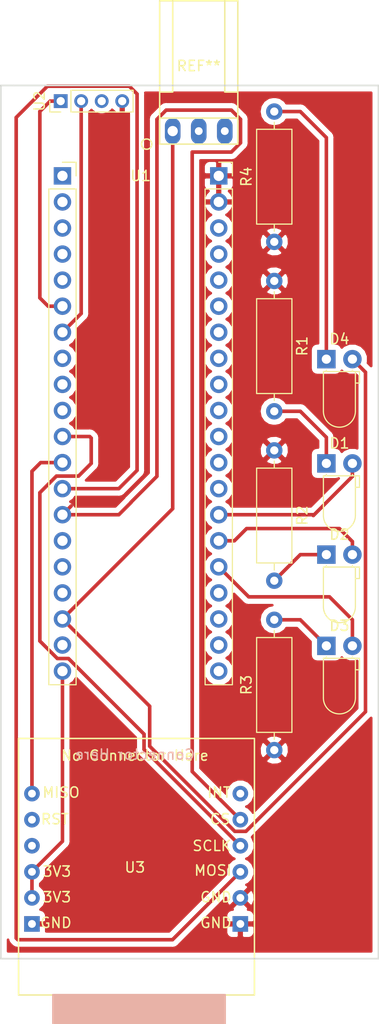
<source format=kicad_pcb>
(kicad_pcb (version 20171130) (host pcbnew "(5.0.0-rc2-63-gd4393b281)")

  (general
    (thickness 1.6)
    (drawings 6)
    (tracks 83)
    (zones 0)
    (modules 12)
    (nets 47)
  )

  (page A4)
  (title_block
    (title "PCB Black Pill Servo 1")
    (date 2018-11-11)
    (rev 1)
    (company "Club Robot")
  )

  (layers
    (0 F.Cu signal)
    (31 B.Cu signal)
    (32 B.Adhes user)
    (33 F.Adhes user)
    (34 B.Paste user)
    (35 F.Paste user)
    (36 B.SilkS user)
    (37 F.SilkS user)
    (38 B.Mask user)
    (39 F.Mask user)
    (40 Dwgs.User user)
    (41 Cmts.User user)
    (42 Eco1.User user)
    (43 Eco2.User user)
    (44 Edge.Cuts user)
    (45 Margin user)
    (46 B.CrtYd user)
    (47 F.CrtYd user)
    (48 B.Fab user)
    (49 F.Fab user)
  )

  (setup
    (last_trace_width 0.35)
    (trace_clearance 0.2)
    (zone_clearance 0.508)
    (zone_45_only no)
    (trace_min 0.2)
    (segment_width 0.2)
    (edge_width 0.15)
    (via_size 0.8)
    (via_drill 0.4)
    (via_min_size 0.4)
    (via_min_drill 0.3)
    (uvia_size 0.3)
    (uvia_drill 0.1)
    (uvias_allowed no)
    (uvia_min_size 0.2)
    (uvia_min_drill 0.1)
    (pcb_text_width 0.3)
    (pcb_text_size 1.5 1.5)
    (mod_edge_width 0.15)
    (mod_text_size 1 1)
    (mod_text_width 0.15)
    (pad_size 1.524 1.524)
    (pad_drill 0)
    (pad_to_mask_clearance 0.2)
    (aux_axis_origin 0 0)
    (visible_elements FFFFFF7F)
    (pcbplotparams
      (layerselection 0x010fc_ffffffff)
      (usegerberextensions false)
      (usegerberattributes false)
      (usegerberadvancedattributes false)
      (creategerberjobfile false)
      (excludeedgelayer true)
      (linewidth 0.100000)
      (plotframeref false)
      (viasonmask false)
      (mode 1)
      (useauxorigin false)
      (hpglpennumber 1)
      (hpglpenspeed 20)
      (hpglpendiameter 15.000000)
      (psnegative false)
      (psa4output false)
      (plotreference true)
      (plotvalue true)
      (plotinvisibletext false)
      (padsonsilk false)
      (subtractmaskfromsilk false)
      (outputformat 1)
      (mirror false)
      (drillshape 1)
      (scaleselection 1)
      (outputdirectory ""))
  )

  (net 0 "")
  (net 1 "Net-(U1-Pad1)")
  (net 2 "Net-(U1-Pad2)")
  (net 3 "Net-(U1-Pad3)")
  (net 4 "Net-(U1-Pad4)")
  (net 5 "Net-(U1-Pad5)")
  (net 6 PA9)
  (net 7 PA10)
  (net 8 "Net-(U1-Pad8)")
  (net 9 "Net-(U1-Pad9)")
  (net 10 "Net-(U1-Pad10)")
  (net 11 SCLK)
  (net 12 MISO)
  (net 13 MOSI)
  (net 14 "Net-(U1-Pad15)")
  (net 15 "Net-(U1-Pad16)")
  (net 16 "Net-(U1-Pad17)")
  (net 17 +5V)
  (net 18 GND)
  (net 19 +3V3)
  (net 20 "Net-(U1-Pad23)")
  (net 21 "Net-(U1-Pad26)")
  (net 22 "Net-(U1-Pad25)")
  (net 23 "Net-(U1-Pad24)")
  (net 24 "Net-(U1-Pad30)")
  (net 25 "Net-(U1-Pad29)")
  (net 26 "Net-(U1-Pad28)")
  (net 27 "Net-(U1-Pad27)")
  (net 28 "Net-(U1-Pad33)")
  (net 29 "Net-(U1-Pad32)")
  (net 30 "Net-(U1-Pad31)")
  (net 31 "Net-(U1-Pad40)")
  (net 32 "Net-(U1-Pad39)")
  (net 33 "Net-(U1-Pad38)")
  (net 34 "Net-(U1-Pad37)")
  (net 35 "Net-(J1-Pad3)")
  (net 36 "Net-(U3-Pad1)")
  (net 37 "Net-(U3-Pad8)")
  (net 38 "Net-(U2-Pad3)")
  (net 39 "Net-(D1-Pad1)")
  (net 40 "Net-(D2-Pad1)")
  (net 41 "Net-(D3-Pad1)")
  (net 42 "Net-(D4-Pad1)")
  (net 43 COMMUNICATION_LED)
  (net 44 STARTED_LED)
  (net 45 HARDFAULT_LED)
  (net 46 CS)

  (net_class Default "This is the default net class."
    (clearance 0.2)
    (trace_width 0.35)
    (via_dia 0.8)
    (via_drill 0.4)
    (uvia_dia 0.3)
    (uvia_drill 0.1)
    (add_net +3V3)
    (add_net +5V)
    (add_net COMMUNICATION_LED)
    (add_net CS)
    (add_net GND)
    (add_net HARDFAULT_LED)
    (add_net MISO)
    (add_net MOSI)
    (add_net "Net-(D1-Pad1)")
    (add_net "Net-(D2-Pad1)")
    (add_net "Net-(D3-Pad1)")
    (add_net "Net-(D4-Pad1)")
    (add_net "Net-(J1-Pad3)")
    (add_net "Net-(U1-Pad1)")
    (add_net "Net-(U1-Pad10)")
    (add_net "Net-(U1-Pad15)")
    (add_net "Net-(U1-Pad16)")
    (add_net "Net-(U1-Pad17)")
    (add_net "Net-(U1-Pad2)")
    (add_net "Net-(U1-Pad23)")
    (add_net "Net-(U1-Pad24)")
    (add_net "Net-(U1-Pad25)")
    (add_net "Net-(U1-Pad26)")
    (add_net "Net-(U1-Pad27)")
    (add_net "Net-(U1-Pad28)")
    (add_net "Net-(U1-Pad29)")
    (add_net "Net-(U1-Pad3)")
    (add_net "Net-(U1-Pad30)")
    (add_net "Net-(U1-Pad31)")
    (add_net "Net-(U1-Pad32)")
    (add_net "Net-(U1-Pad33)")
    (add_net "Net-(U1-Pad37)")
    (add_net "Net-(U1-Pad38)")
    (add_net "Net-(U1-Pad39)")
    (add_net "Net-(U1-Pad4)")
    (add_net "Net-(U1-Pad40)")
    (add_net "Net-(U1-Pad5)")
    (add_net "Net-(U1-Pad8)")
    (add_net "Net-(U1-Pad9)")
    (add_net "Net-(U2-Pad3)")
    (add_net "Net-(U3-Pad1)")
    (add_net "Net-(U3-Pad8)")
    (add_net PA10)
    (add_net PA9)
    (add_net SCLK)
    (add_net STARTED_LED)
  )

  (module LED_THT:LED_D3.0mm_Horizontal_O1.27mm_Z2.0mm_Clear (layer F.Cu) (tedit 5A6C9E1C) (tstamp 5BFF7CB1)
    (at 187.96 57.15)
    (descr "LED, diameter 3.0mm z-position of LED center 2.0mm, 2 pins")
    (tags "LED diameter 3.0mm z-position of LED center 2.0mm 2 pins")
    (path /5BE8494C)
    (fp_text reference D4 (at 1.27 -1.96) (layer F.SilkS)
      (effects (font (size 1 1) (thickness 0.15)))
    )
    (fp_text value LED (at 1.27 7.63) (layer F.Fab)
      (effects (font (size 1 1) (thickness 0.15)))
    )
    (fp_arc (start 1.27 5.07) (end -0.29 5.07) (angle -180) (layer F.SilkS) (width 0.12))
    (fp_arc (start 1.27 5.07) (end -0.23 5.07) (angle -180) (layer F.Fab) (width 0.1))
    (fp_line (start 3.75 -1.25) (end -1.25 -1.25) (layer F.CrtYd) (width 0.05))
    (fp_line (start 3.75 6.9) (end 3.75 -1.25) (layer F.CrtYd) (width 0.05))
    (fp_line (start -1.25 6.9) (end 3.75 6.9) (layer F.CrtYd) (width 0.05))
    (fp_line (start -1.25 -1.25) (end -1.25 6.9) (layer F.CrtYd) (width 0.05))
    (fp_line (start 2.54 1.08) (end 2.54 1.08) (layer F.SilkS) (width 0.12))
    (fp_line (start 2.54 1.21) (end 2.54 1.08) (layer F.SilkS) (width 0.12))
    (fp_line (start 2.54 1.21) (end 2.54 1.21) (layer F.SilkS) (width 0.12))
    (fp_line (start 2.54 1.08) (end 2.54 1.21) (layer F.SilkS) (width 0.12))
    (fp_line (start 0 1.08) (end 0 1.08) (layer F.SilkS) (width 0.12))
    (fp_line (start 0 1.21) (end 0 1.08) (layer F.SilkS) (width 0.12))
    (fp_line (start 0 1.21) (end 0 1.21) (layer F.SilkS) (width 0.12))
    (fp_line (start 0 1.08) (end 0 1.21) (layer F.SilkS) (width 0.12))
    (fp_line (start 2.83 1.21) (end 3.23 1.21) (layer F.SilkS) (width 0.12))
    (fp_line (start 2.83 2.33) (end 2.83 1.21) (layer F.SilkS) (width 0.12))
    (fp_line (start 3.23 2.33) (end 2.83 2.33) (layer F.SilkS) (width 0.12))
    (fp_line (start 3.23 1.21) (end 3.23 2.33) (layer F.SilkS) (width 0.12))
    (fp_line (start -0.29 1.21) (end 2.83 1.21) (layer F.SilkS) (width 0.12))
    (fp_line (start 2.83 1.21) (end 2.83 5.07) (layer F.SilkS) (width 0.12))
    (fp_line (start -0.29 1.21) (end -0.29 5.07) (layer F.SilkS) (width 0.12))
    (fp_line (start 2.54 0) (end 2.54 0) (layer F.Fab) (width 0.1))
    (fp_line (start 2.54 1.27) (end 2.54 0) (layer F.Fab) (width 0.1))
    (fp_line (start 2.54 1.27) (end 2.54 1.27) (layer F.Fab) (width 0.1))
    (fp_line (start 2.54 0) (end 2.54 1.27) (layer F.Fab) (width 0.1))
    (fp_line (start 0 0) (end 0 0) (layer F.Fab) (width 0.1))
    (fp_line (start 0 1.27) (end 0 0) (layer F.Fab) (width 0.1))
    (fp_line (start 0 1.27) (end 0 1.27) (layer F.Fab) (width 0.1))
    (fp_line (start 0 0) (end 0 1.27) (layer F.Fab) (width 0.1))
    (fp_line (start 2.77 1.27) (end 3.17 1.27) (layer F.Fab) (width 0.1))
    (fp_line (start 2.77 2.27) (end 2.77 1.27) (layer F.Fab) (width 0.1))
    (fp_line (start 3.17 2.27) (end 2.77 2.27) (layer F.Fab) (width 0.1))
    (fp_line (start 3.17 1.27) (end 3.17 2.27) (layer F.Fab) (width 0.1))
    (fp_line (start -0.23 1.27) (end 2.77 1.27) (layer F.Fab) (width 0.1))
    (fp_line (start 2.77 1.27) (end 2.77 5.07) (layer F.Fab) (width 0.1))
    (fp_line (start -0.23 1.27) (end -0.23 5.07) (layer F.Fab) (width 0.1))
    (fp_text user %R (at 1.27 0) (layer F.Fab)
      (effects (font (size 1 1) (thickness 0.15)))
    )
    (pad 2 thru_hole circle (at 2.54 0) (size 1.8 1.8) (drill 0.9) (layers *.Cu *.Mask)
      (net 17 +5V))
    (pad 1 thru_hole rect (at 0 0) (size 1.8 1.8) (drill 0.9) (layers *.Cu *.Mask)
      (net 42 "Net-(D4-Pad1)"))
    (model ${KISYS3DMOD}/LED_THT.3dshapes/LED_D3.0mm_Horizontal_O1.27mm_Z2.0mm_Clear.wrl
      (at (xyz 0 0 0))
      (scale (xyz 1 1 1))
      (rotate (xyz 0 0 0))
    )
  )

  (module LED_THT:LED_D3.0mm_Horizontal_O1.27mm_Z2.0mm_Clear (layer F.Cu) (tedit 5A6C9E1C) (tstamp 5BFF7C86)
    (at 187.96 85.09)
    (descr "LED, diameter 3.0mm z-position of LED center 2.0mm, 2 pins")
    (tags "LED diameter 3.0mm z-position of LED center 2.0mm 2 pins")
    (path /5BE8493A)
    (fp_text reference D3 (at 1.27 -1.96) (layer F.SilkS)
      (effects (font (size 1 1) (thickness 0.15)))
    )
    (fp_text value LED (at 1.27 7.63) (layer F.Fab)
      (effects (font (size 1 1) (thickness 0.15)))
    )
    (fp_text user %R (at 1.27 0) (layer F.Fab)
      (effects (font (size 1 1) (thickness 0.15)))
    )
    (fp_line (start -0.23 1.27) (end -0.23 5.07) (layer F.Fab) (width 0.1))
    (fp_line (start 2.77 1.27) (end 2.77 5.07) (layer F.Fab) (width 0.1))
    (fp_line (start -0.23 1.27) (end 2.77 1.27) (layer F.Fab) (width 0.1))
    (fp_line (start 3.17 1.27) (end 3.17 2.27) (layer F.Fab) (width 0.1))
    (fp_line (start 3.17 2.27) (end 2.77 2.27) (layer F.Fab) (width 0.1))
    (fp_line (start 2.77 2.27) (end 2.77 1.27) (layer F.Fab) (width 0.1))
    (fp_line (start 2.77 1.27) (end 3.17 1.27) (layer F.Fab) (width 0.1))
    (fp_line (start 0 0) (end 0 1.27) (layer F.Fab) (width 0.1))
    (fp_line (start 0 1.27) (end 0 1.27) (layer F.Fab) (width 0.1))
    (fp_line (start 0 1.27) (end 0 0) (layer F.Fab) (width 0.1))
    (fp_line (start 0 0) (end 0 0) (layer F.Fab) (width 0.1))
    (fp_line (start 2.54 0) (end 2.54 1.27) (layer F.Fab) (width 0.1))
    (fp_line (start 2.54 1.27) (end 2.54 1.27) (layer F.Fab) (width 0.1))
    (fp_line (start 2.54 1.27) (end 2.54 0) (layer F.Fab) (width 0.1))
    (fp_line (start 2.54 0) (end 2.54 0) (layer F.Fab) (width 0.1))
    (fp_line (start -0.29 1.21) (end -0.29 5.07) (layer F.SilkS) (width 0.12))
    (fp_line (start 2.83 1.21) (end 2.83 5.07) (layer F.SilkS) (width 0.12))
    (fp_line (start -0.29 1.21) (end 2.83 1.21) (layer F.SilkS) (width 0.12))
    (fp_line (start 3.23 1.21) (end 3.23 2.33) (layer F.SilkS) (width 0.12))
    (fp_line (start 3.23 2.33) (end 2.83 2.33) (layer F.SilkS) (width 0.12))
    (fp_line (start 2.83 2.33) (end 2.83 1.21) (layer F.SilkS) (width 0.12))
    (fp_line (start 2.83 1.21) (end 3.23 1.21) (layer F.SilkS) (width 0.12))
    (fp_line (start 0 1.08) (end 0 1.21) (layer F.SilkS) (width 0.12))
    (fp_line (start 0 1.21) (end 0 1.21) (layer F.SilkS) (width 0.12))
    (fp_line (start 0 1.21) (end 0 1.08) (layer F.SilkS) (width 0.12))
    (fp_line (start 0 1.08) (end 0 1.08) (layer F.SilkS) (width 0.12))
    (fp_line (start 2.54 1.08) (end 2.54 1.21) (layer F.SilkS) (width 0.12))
    (fp_line (start 2.54 1.21) (end 2.54 1.21) (layer F.SilkS) (width 0.12))
    (fp_line (start 2.54 1.21) (end 2.54 1.08) (layer F.SilkS) (width 0.12))
    (fp_line (start 2.54 1.08) (end 2.54 1.08) (layer F.SilkS) (width 0.12))
    (fp_line (start -1.25 -1.25) (end -1.25 6.9) (layer F.CrtYd) (width 0.05))
    (fp_line (start -1.25 6.9) (end 3.75 6.9) (layer F.CrtYd) (width 0.05))
    (fp_line (start 3.75 6.9) (end 3.75 -1.25) (layer F.CrtYd) (width 0.05))
    (fp_line (start 3.75 -1.25) (end -1.25 -1.25) (layer F.CrtYd) (width 0.05))
    (fp_arc (start 1.27 5.07) (end -0.23 5.07) (angle -180) (layer F.Fab) (width 0.1))
    (fp_arc (start 1.27 5.07) (end -0.29 5.07) (angle -180) (layer F.SilkS) (width 0.12))
    (pad 1 thru_hole rect (at 0 0) (size 1.8 1.8) (drill 0.9) (layers *.Cu *.Mask)
      (net 41 "Net-(D3-Pad1)"))
    (pad 2 thru_hole circle (at 2.54 0) (size 1.8 1.8) (drill 0.9) (layers *.Cu *.Mask)
      (net 45 HARDFAULT_LED))
    (model ${KISYS3DMOD}/LED_THT.3dshapes/LED_D3.0mm_Horizontal_O1.27mm_Z2.0mm_Clear.wrl
      (at (xyz 0 0 0))
      (scale (xyz 1 1 1))
      (rotate (xyz 0 0 0))
    )
  )

  (module LED_THT:LED_D3.0mm_Horizontal_O1.27mm_Z2.0mm_Clear (layer F.Cu) (tedit 5A6C9E1C) (tstamp 5BFF7C5B)
    (at 187.96 76.2)
    (descr "LED, diameter 3.0mm z-position of LED center 2.0mm, 2 pins")
    (tags "LED diameter 3.0mm z-position of LED center 2.0mm 2 pins")
    (path /5BE847BD)
    (fp_text reference D2 (at 1.27 -1.96) (layer F.SilkS)
      (effects (font (size 1 1) (thickness 0.15)))
    )
    (fp_text value LED (at 1.27 7.63) (layer F.Fab)
      (effects (font (size 1 1) (thickness 0.15)))
    )
    (fp_arc (start 1.27 5.07) (end -0.29 5.07) (angle -180) (layer F.SilkS) (width 0.12))
    (fp_arc (start 1.27 5.07) (end -0.23 5.07) (angle -180) (layer F.Fab) (width 0.1))
    (fp_line (start 3.75 -1.25) (end -1.25 -1.25) (layer F.CrtYd) (width 0.05))
    (fp_line (start 3.75 6.9) (end 3.75 -1.25) (layer F.CrtYd) (width 0.05))
    (fp_line (start -1.25 6.9) (end 3.75 6.9) (layer F.CrtYd) (width 0.05))
    (fp_line (start -1.25 -1.25) (end -1.25 6.9) (layer F.CrtYd) (width 0.05))
    (fp_line (start 2.54 1.08) (end 2.54 1.08) (layer F.SilkS) (width 0.12))
    (fp_line (start 2.54 1.21) (end 2.54 1.08) (layer F.SilkS) (width 0.12))
    (fp_line (start 2.54 1.21) (end 2.54 1.21) (layer F.SilkS) (width 0.12))
    (fp_line (start 2.54 1.08) (end 2.54 1.21) (layer F.SilkS) (width 0.12))
    (fp_line (start 0 1.08) (end 0 1.08) (layer F.SilkS) (width 0.12))
    (fp_line (start 0 1.21) (end 0 1.08) (layer F.SilkS) (width 0.12))
    (fp_line (start 0 1.21) (end 0 1.21) (layer F.SilkS) (width 0.12))
    (fp_line (start 0 1.08) (end 0 1.21) (layer F.SilkS) (width 0.12))
    (fp_line (start 2.83 1.21) (end 3.23 1.21) (layer F.SilkS) (width 0.12))
    (fp_line (start 2.83 2.33) (end 2.83 1.21) (layer F.SilkS) (width 0.12))
    (fp_line (start 3.23 2.33) (end 2.83 2.33) (layer F.SilkS) (width 0.12))
    (fp_line (start 3.23 1.21) (end 3.23 2.33) (layer F.SilkS) (width 0.12))
    (fp_line (start -0.29 1.21) (end 2.83 1.21) (layer F.SilkS) (width 0.12))
    (fp_line (start 2.83 1.21) (end 2.83 5.07) (layer F.SilkS) (width 0.12))
    (fp_line (start -0.29 1.21) (end -0.29 5.07) (layer F.SilkS) (width 0.12))
    (fp_line (start 2.54 0) (end 2.54 0) (layer F.Fab) (width 0.1))
    (fp_line (start 2.54 1.27) (end 2.54 0) (layer F.Fab) (width 0.1))
    (fp_line (start 2.54 1.27) (end 2.54 1.27) (layer F.Fab) (width 0.1))
    (fp_line (start 2.54 0) (end 2.54 1.27) (layer F.Fab) (width 0.1))
    (fp_line (start 0 0) (end 0 0) (layer F.Fab) (width 0.1))
    (fp_line (start 0 1.27) (end 0 0) (layer F.Fab) (width 0.1))
    (fp_line (start 0 1.27) (end 0 1.27) (layer F.Fab) (width 0.1))
    (fp_line (start 0 0) (end 0 1.27) (layer F.Fab) (width 0.1))
    (fp_line (start 2.77 1.27) (end 3.17 1.27) (layer F.Fab) (width 0.1))
    (fp_line (start 2.77 2.27) (end 2.77 1.27) (layer F.Fab) (width 0.1))
    (fp_line (start 3.17 2.27) (end 2.77 2.27) (layer F.Fab) (width 0.1))
    (fp_line (start 3.17 1.27) (end 3.17 2.27) (layer F.Fab) (width 0.1))
    (fp_line (start -0.23 1.27) (end 2.77 1.27) (layer F.Fab) (width 0.1))
    (fp_line (start 2.77 1.27) (end 2.77 5.07) (layer F.Fab) (width 0.1))
    (fp_line (start -0.23 1.27) (end -0.23 5.07) (layer F.Fab) (width 0.1))
    (fp_text user %R (at 1.27 0) (layer F.Fab)
      (effects (font (size 1 1) (thickness 0.15)))
    )
    (pad 2 thru_hole circle (at 2.54 0) (size 1.8 1.8) (drill 0.9) (layers *.Cu *.Mask)
      (net 44 STARTED_LED))
    (pad 1 thru_hole rect (at 0 0) (size 1.8 1.8) (drill 0.9) (layers *.Cu *.Mask)
      (net 40 "Net-(D2-Pad1)"))
    (model ${KISYS3DMOD}/LED_THT.3dshapes/LED_D3.0mm_Horizontal_O1.27mm_Z2.0mm_Clear.wrl
      (at (xyz 0 0 0))
      (scale (xyz 1 1 1))
      (rotate (xyz 0 0 0))
    )
  )

  (module LED_THT:LED_D3.0mm_Horizontal_O1.27mm_Z2.0mm_Clear (layer F.Cu) (tedit 5A6C9E1C) (tstamp 5BFF7C30)
    (at 187.96 67.31)
    (descr "LED, diameter 3.0mm z-position of LED center 2.0mm, 2 pins")
    (tags "LED diameter 3.0mm z-position of LED center 2.0mm 2 pins")
    (path /5BE8436E)
    (fp_text reference D1 (at 1.27 -1.96) (layer F.SilkS)
      (effects (font (size 1 1) (thickness 0.15)))
    )
    (fp_text value LED (at 1.27 7.63) (layer F.Fab)
      (effects (font (size 1 1) (thickness 0.15)))
    )
    (fp_text user %R (at 1.27 0) (layer F.Fab)
      (effects (font (size 1 1) (thickness 0.15)))
    )
    (fp_line (start -0.23 1.27) (end -0.23 5.07) (layer F.Fab) (width 0.1))
    (fp_line (start 2.77 1.27) (end 2.77 5.07) (layer F.Fab) (width 0.1))
    (fp_line (start -0.23 1.27) (end 2.77 1.27) (layer F.Fab) (width 0.1))
    (fp_line (start 3.17 1.27) (end 3.17 2.27) (layer F.Fab) (width 0.1))
    (fp_line (start 3.17 2.27) (end 2.77 2.27) (layer F.Fab) (width 0.1))
    (fp_line (start 2.77 2.27) (end 2.77 1.27) (layer F.Fab) (width 0.1))
    (fp_line (start 2.77 1.27) (end 3.17 1.27) (layer F.Fab) (width 0.1))
    (fp_line (start 0 0) (end 0 1.27) (layer F.Fab) (width 0.1))
    (fp_line (start 0 1.27) (end 0 1.27) (layer F.Fab) (width 0.1))
    (fp_line (start 0 1.27) (end 0 0) (layer F.Fab) (width 0.1))
    (fp_line (start 0 0) (end 0 0) (layer F.Fab) (width 0.1))
    (fp_line (start 2.54 0) (end 2.54 1.27) (layer F.Fab) (width 0.1))
    (fp_line (start 2.54 1.27) (end 2.54 1.27) (layer F.Fab) (width 0.1))
    (fp_line (start 2.54 1.27) (end 2.54 0) (layer F.Fab) (width 0.1))
    (fp_line (start 2.54 0) (end 2.54 0) (layer F.Fab) (width 0.1))
    (fp_line (start -0.29 1.21) (end -0.29 5.07) (layer F.SilkS) (width 0.12))
    (fp_line (start 2.83 1.21) (end 2.83 5.07) (layer F.SilkS) (width 0.12))
    (fp_line (start -0.29 1.21) (end 2.83 1.21) (layer F.SilkS) (width 0.12))
    (fp_line (start 3.23 1.21) (end 3.23 2.33) (layer F.SilkS) (width 0.12))
    (fp_line (start 3.23 2.33) (end 2.83 2.33) (layer F.SilkS) (width 0.12))
    (fp_line (start 2.83 2.33) (end 2.83 1.21) (layer F.SilkS) (width 0.12))
    (fp_line (start 2.83 1.21) (end 3.23 1.21) (layer F.SilkS) (width 0.12))
    (fp_line (start 0 1.08) (end 0 1.21) (layer F.SilkS) (width 0.12))
    (fp_line (start 0 1.21) (end 0 1.21) (layer F.SilkS) (width 0.12))
    (fp_line (start 0 1.21) (end 0 1.08) (layer F.SilkS) (width 0.12))
    (fp_line (start 0 1.08) (end 0 1.08) (layer F.SilkS) (width 0.12))
    (fp_line (start 2.54 1.08) (end 2.54 1.21) (layer F.SilkS) (width 0.12))
    (fp_line (start 2.54 1.21) (end 2.54 1.21) (layer F.SilkS) (width 0.12))
    (fp_line (start 2.54 1.21) (end 2.54 1.08) (layer F.SilkS) (width 0.12))
    (fp_line (start 2.54 1.08) (end 2.54 1.08) (layer F.SilkS) (width 0.12))
    (fp_line (start -1.25 -1.25) (end -1.25 6.9) (layer F.CrtYd) (width 0.05))
    (fp_line (start -1.25 6.9) (end 3.75 6.9) (layer F.CrtYd) (width 0.05))
    (fp_line (start 3.75 6.9) (end 3.75 -1.25) (layer F.CrtYd) (width 0.05))
    (fp_line (start 3.75 -1.25) (end -1.25 -1.25) (layer F.CrtYd) (width 0.05))
    (fp_arc (start 1.27 5.07) (end -0.23 5.07) (angle -180) (layer F.Fab) (width 0.1))
    (fp_arc (start 1.27 5.07) (end -0.29 5.07) (angle -180) (layer F.SilkS) (width 0.12))
    (pad 1 thru_hole rect (at 0 0) (size 1.8 1.8) (drill 0.9) (layers *.Cu *.Mask)
      (net 39 "Net-(D1-Pad1)"))
    (pad 2 thru_hole circle (at 2.54 0) (size 1.8 1.8) (drill 0.9) (layers *.Cu *.Mask)
      (net 43 COMMUNICATION_LED))
    (model ${KISYS3DMOD}/LED_THT.3dshapes/LED_D3.0mm_Horizontal_O1.27mm_Z2.0mm_Clear.wrl
      (at (xyz 0 0 0))
      (scale (xyz 1 1 1))
      (rotate (xyz 0 0 0))
    )
  )

  (module Resistor_THT:R_Axial_DIN0309_L9.0mm_D3.2mm_P12.70mm_Horizontal (layer F.Cu) (tedit 5A24F4B6) (tstamp 5BFF7C05)
    (at 182.88 45.72 90)
    (descr "Resistor, Axial_DIN0309 series, Axial, Horizontal, pin pitch=12.7mm, 0.5W = 1/2W, length*diameter=9*3.2mm^2, http://cdn-reichelt.de/documents/datenblatt/B400/1_4W%23YAG.pdf")
    (tags "Resistor Axial_DIN0309 series Axial Horizontal pin pitch 12.7mm 0.5W = 1/2W length 9mm diameter 3.2mm")
    (path /5BE84952)
    (fp_text reference R4 (at 6.35 -2.72 90) (layer F.SilkS)
      (effects (font (size 1 1) (thickness 0.15)))
    )
    (fp_text value 180 (at 6.35 2.72 90) (layer F.Fab)
      (effects (font (size 1 1) (thickness 0.15)))
    )
    (fp_text user %R (at 6.35 0 90) (layer F.Fab)
      (effects (font (size 1 1) (thickness 0.15)))
    )
    (fp_line (start 13.75 -2) (end -1.05 -2) (layer F.CrtYd) (width 0.05))
    (fp_line (start 13.75 2) (end 13.75 -2) (layer F.CrtYd) (width 0.05))
    (fp_line (start -1.05 2) (end 13.75 2) (layer F.CrtYd) (width 0.05))
    (fp_line (start -1.05 -2) (end -1.05 2) (layer F.CrtYd) (width 0.05))
    (fp_line (start 11.66 0) (end 10.97 0) (layer F.SilkS) (width 0.12))
    (fp_line (start 1.04 0) (end 1.73 0) (layer F.SilkS) (width 0.12))
    (fp_line (start 10.97 -1.72) (end 1.73 -1.72) (layer F.SilkS) (width 0.12))
    (fp_line (start 10.97 1.72) (end 10.97 -1.72) (layer F.SilkS) (width 0.12))
    (fp_line (start 1.73 1.72) (end 10.97 1.72) (layer F.SilkS) (width 0.12))
    (fp_line (start 1.73 -1.72) (end 1.73 1.72) (layer F.SilkS) (width 0.12))
    (fp_line (start 12.7 0) (end 10.85 0) (layer F.Fab) (width 0.1))
    (fp_line (start 0 0) (end 1.85 0) (layer F.Fab) (width 0.1))
    (fp_line (start 10.85 -1.6) (end 1.85 -1.6) (layer F.Fab) (width 0.1))
    (fp_line (start 10.85 1.6) (end 10.85 -1.6) (layer F.Fab) (width 0.1))
    (fp_line (start 1.85 1.6) (end 10.85 1.6) (layer F.Fab) (width 0.1))
    (fp_line (start 1.85 -1.6) (end 1.85 1.6) (layer F.Fab) (width 0.1))
    (pad 2 thru_hole oval (at 12.7 0 90) (size 1.6 1.6) (drill 0.8) (layers *.Cu *.Mask)
      (net 42 "Net-(D4-Pad1)"))
    (pad 1 thru_hole circle (at 0 0 90) (size 1.6 1.6) (drill 0.8) (layers *.Cu *.Mask)
      (net 18 GND))
    (model ${KISYS3DMOD}/Resistor_THT.3dshapes/R_Axial_DIN0309_L9.0mm_D3.2mm_P12.70mm_Horizontal.wrl
      (at (xyz 0 0 0))
      (scale (xyz 1 1 1))
      (rotate (xyz 0 0 0))
    )
  )

  (module Resistor_THT:R_Axial_DIN0309_L9.0mm_D3.2mm_P12.70mm_Horizontal (layer F.Cu) (tedit 5A24F4B6) (tstamp 5BFF7BEE)
    (at 182.88 95.25 90)
    (descr "Resistor, Axial_DIN0309 series, Axial, Horizontal, pin pitch=12.7mm, 0.5W = 1/2W, length*diameter=9*3.2mm^2, http://cdn-reichelt.de/documents/datenblatt/B400/1_4W%23YAG.pdf")
    (tags "Resistor Axial_DIN0309 series Axial Horizontal pin pitch 12.7mm 0.5W = 1/2W length 9mm diameter 3.2mm")
    (path /5BE84940)
    (fp_text reference R3 (at 6.35 -2.72 90) (layer F.SilkS)
      (effects (font (size 1 1) (thickness 0.15)))
    )
    (fp_text value 180 (at 6.35 2.72 90) (layer F.Fab)
      (effects (font (size 1 1) (thickness 0.15)))
    )
    (fp_line (start 1.85 -1.6) (end 1.85 1.6) (layer F.Fab) (width 0.1))
    (fp_line (start 1.85 1.6) (end 10.85 1.6) (layer F.Fab) (width 0.1))
    (fp_line (start 10.85 1.6) (end 10.85 -1.6) (layer F.Fab) (width 0.1))
    (fp_line (start 10.85 -1.6) (end 1.85 -1.6) (layer F.Fab) (width 0.1))
    (fp_line (start 0 0) (end 1.85 0) (layer F.Fab) (width 0.1))
    (fp_line (start 12.7 0) (end 10.85 0) (layer F.Fab) (width 0.1))
    (fp_line (start 1.73 -1.72) (end 1.73 1.72) (layer F.SilkS) (width 0.12))
    (fp_line (start 1.73 1.72) (end 10.97 1.72) (layer F.SilkS) (width 0.12))
    (fp_line (start 10.97 1.72) (end 10.97 -1.72) (layer F.SilkS) (width 0.12))
    (fp_line (start 10.97 -1.72) (end 1.73 -1.72) (layer F.SilkS) (width 0.12))
    (fp_line (start 1.04 0) (end 1.73 0) (layer F.SilkS) (width 0.12))
    (fp_line (start 11.66 0) (end 10.97 0) (layer F.SilkS) (width 0.12))
    (fp_line (start -1.05 -2) (end -1.05 2) (layer F.CrtYd) (width 0.05))
    (fp_line (start -1.05 2) (end 13.75 2) (layer F.CrtYd) (width 0.05))
    (fp_line (start 13.75 2) (end 13.75 -2) (layer F.CrtYd) (width 0.05))
    (fp_line (start 13.75 -2) (end -1.05 -2) (layer F.CrtYd) (width 0.05))
    (fp_text user %R (at 6.35 0 90) (layer F.Fab)
      (effects (font (size 1 1) (thickness 0.15)))
    )
    (pad 1 thru_hole circle (at 0 0 90) (size 1.6 1.6) (drill 0.8) (layers *.Cu *.Mask)
      (net 18 GND))
    (pad 2 thru_hole oval (at 12.7 0 90) (size 1.6 1.6) (drill 0.8) (layers *.Cu *.Mask)
      (net 41 "Net-(D3-Pad1)"))
    (model ${KISYS3DMOD}/Resistor_THT.3dshapes/R_Axial_DIN0309_L9.0mm_D3.2mm_P12.70mm_Horizontal.wrl
      (at (xyz 0 0 0))
      (scale (xyz 1 1 1))
      (rotate (xyz 0 0 0))
    )
  )

  (module Resistor_THT:R_Axial_DIN0309_L9.0mm_D3.2mm_P12.70mm_Horizontal (layer F.Cu) (tedit 5A24F4B6) (tstamp 5BFF7BD7)
    (at 182.88 66.04 270)
    (descr "Resistor, Axial_DIN0309 series, Axial, Horizontal, pin pitch=12.7mm, 0.5W = 1/2W, length*diameter=9*3.2mm^2, http://cdn-reichelt.de/documents/datenblatt/B400/1_4W%23YAG.pdf")
    (tags "Resistor Axial_DIN0309 series Axial Horizontal pin pitch 12.7mm 0.5W = 1/2W length 9mm diameter 3.2mm")
    (path /5BE847C3)
    (fp_text reference R2 (at 6.35 -2.72 270) (layer F.SilkS)
      (effects (font (size 1 1) (thickness 0.15)))
    )
    (fp_text value 180 (at 6.35 2.72 270) (layer F.Fab)
      (effects (font (size 1 1) (thickness 0.15)))
    )
    (fp_text user %R (at 6.35 0 270) (layer F.Fab)
      (effects (font (size 1 1) (thickness 0.15)))
    )
    (fp_line (start 13.75 -2) (end -1.05 -2) (layer F.CrtYd) (width 0.05))
    (fp_line (start 13.75 2) (end 13.75 -2) (layer F.CrtYd) (width 0.05))
    (fp_line (start -1.05 2) (end 13.75 2) (layer F.CrtYd) (width 0.05))
    (fp_line (start -1.05 -2) (end -1.05 2) (layer F.CrtYd) (width 0.05))
    (fp_line (start 11.66 0) (end 10.97 0) (layer F.SilkS) (width 0.12))
    (fp_line (start 1.04 0) (end 1.73 0) (layer F.SilkS) (width 0.12))
    (fp_line (start 10.97 -1.72) (end 1.73 -1.72) (layer F.SilkS) (width 0.12))
    (fp_line (start 10.97 1.72) (end 10.97 -1.72) (layer F.SilkS) (width 0.12))
    (fp_line (start 1.73 1.72) (end 10.97 1.72) (layer F.SilkS) (width 0.12))
    (fp_line (start 1.73 -1.72) (end 1.73 1.72) (layer F.SilkS) (width 0.12))
    (fp_line (start 12.7 0) (end 10.85 0) (layer F.Fab) (width 0.1))
    (fp_line (start 0 0) (end 1.85 0) (layer F.Fab) (width 0.1))
    (fp_line (start 10.85 -1.6) (end 1.85 -1.6) (layer F.Fab) (width 0.1))
    (fp_line (start 10.85 1.6) (end 10.85 -1.6) (layer F.Fab) (width 0.1))
    (fp_line (start 1.85 1.6) (end 10.85 1.6) (layer F.Fab) (width 0.1))
    (fp_line (start 1.85 -1.6) (end 1.85 1.6) (layer F.Fab) (width 0.1))
    (pad 2 thru_hole oval (at 12.7 0 270) (size 1.6 1.6) (drill 0.8) (layers *.Cu *.Mask)
      (net 40 "Net-(D2-Pad1)"))
    (pad 1 thru_hole circle (at 0 0 270) (size 1.6 1.6) (drill 0.8) (layers *.Cu *.Mask)
      (net 18 GND))
    (model ${KISYS3DMOD}/Resistor_THT.3dshapes/R_Axial_DIN0309_L9.0mm_D3.2mm_P12.70mm_Horizontal.wrl
      (at (xyz 0 0 0))
      (scale (xyz 1 1 1))
      (rotate (xyz 0 0 0))
    )
  )

  (module Resistor_THT:R_Axial_DIN0309_L9.0mm_D3.2mm_P12.70mm_Horizontal (layer F.Cu) (tedit 5A24F4B6) (tstamp 5BFF7BC0)
    (at 182.88 49.53 270)
    (descr "Resistor, Axial_DIN0309 series, Axial, Horizontal, pin pitch=12.7mm, 0.5W = 1/2W, length*diameter=9*3.2mm^2, http://cdn-reichelt.de/documents/datenblatt/B400/1_4W%23YAG.pdf")
    (tags "Resistor Axial_DIN0309 series Axial Horizontal pin pitch 12.7mm 0.5W = 1/2W length 9mm diameter 3.2mm")
    (path /5BE84464)
    (fp_text reference R1 (at 6.35 -2.72 270) (layer F.SilkS)
      (effects (font (size 1 1) (thickness 0.15)))
    )
    (fp_text value 180 (at 6.35 2.72 270) (layer F.Fab)
      (effects (font (size 1 1) (thickness 0.15)))
    )
    (fp_line (start 1.85 -1.6) (end 1.85 1.6) (layer F.Fab) (width 0.1))
    (fp_line (start 1.85 1.6) (end 10.85 1.6) (layer F.Fab) (width 0.1))
    (fp_line (start 10.85 1.6) (end 10.85 -1.6) (layer F.Fab) (width 0.1))
    (fp_line (start 10.85 -1.6) (end 1.85 -1.6) (layer F.Fab) (width 0.1))
    (fp_line (start 0 0) (end 1.85 0) (layer F.Fab) (width 0.1))
    (fp_line (start 12.7 0) (end 10.85 0) (layer F.Fab) (width 0.1))
    (fp_line (start 1.73 -1.72) (end 1.73 1.72) (layer F.SilkS) (width 0.12))
    (fp_line (start 1.73 1.72) (end 10.97 1.72) (layer F.SilkS) (width 0.12))
    (fp_line (start 10.97 1.72) (end 10.97 -1.72) (layer F.SilkS) (width 0.12))
    (fp_line (start 10.97 -1.72) (end 1.73 -1.72) (layer F.SilkS) (width 0.12))
    (fp_line (start 1.04 0) (end 1.73 0) (layer F.SilkS) (width 0.12))
    (fp_line (start 11.66 0) (end 10.97 0) (layer F.SilkS) (width 0.12))
    (fp_line (start -1.05 -2) (end -1.05 2) (layer F.CrtYd) (width 0.05))
    (fp_line (start -1.05 2) (end 13.75 2) (layer F.CrtYd) (width 0.05))
    (fp_line (start 13.75 2) (end 13.75 -2) (layer F.CrtYd) (width 0.05))
    (fp_line (start 13.75 -2) (end -1.05 -2) (layer F.CrtYd) (width 0.05))
    (fp_text user %R (at 6.35 0 270) (layer F.Fab)
      (effects (font (size 1 1) (thickness 0.15)))
    )
    (pad 1 thru_hole circle (at 0 0 270) (size 1.6 1.6) (drill 0.8) (layers *.Cu *.Mask)
      (net 18 GND))
    (pad 2 thru_hole oval (at 12.7 0 270) (size 1.6 1.6) (drill 0.8) (layers *.Cu *.Mask)
      (net 39 "Net-(D1-Pad1)"))
    (model ${KISYS3DMOD}/Resistor_THT.3dshapes/R_Axial_DIN0309_L9.0mm_D3.2mm_P12.70mm_Horizontal.wrl
      (at (xyz 0 0 0))
      (scale (xyz 1 1 1))
      (rotate (xyz 0 0 0))
    )
  )

  (module @Robot:HE14-3_horizontal (layer F.Cu) (tedit 5BDC62C0) (tstamp 5BFBE149)
    (at 175.514 31.115)
    (tags "HE13 3 logique")
    (path /5BE72827)
    (fp_text reference J1 (at 0 -2.54) (layer F.SilkS) hide
      (effects (font (size 1 1) (thickness 0.15)))
    )
    (fp_text value alim_logique_5V (at 0 1.27 180) (layer F.Fab) hide
      (effects (font (size 1 1) (thickness 0.15)))
    )
    (fp_text user REF** (at 0 -2.54 180) (layer F.SilkS)
      (effects (font (size 1 1) (thickness 0.15)))
    )
    (fp_line (start 3.81 2.54) (end -3.81 2.54) (layer F.Fab) (width 0.15))
    (fp_line (start 2.54 0) (end 3.81 0) (layer F.Fab) (width 0.15))
    (fp_line (start 2.54 -8.89) (end 2.54 0) (layer F.Fab) (width 0.15))
    (fp_line (start -2.54 0) (end -3.81 0) (layer F.Fab) (width 0.15))
    (fp_line (start -2.54 -8.89) (end -2.54 0) (layer F.Fab) (width 0.15))
    (fp_line (start 3.81 -8.89) (end -3.81 -8.89) (layer F.Fab) (width 0.15))
    (fp_line (start 3.81 5.08) (end 3.81 -8.89) (layer F.Fab) (width 0.15))
    (fp_line (start -3.81 5.08) (end 3.81 5.08) (layer F.Fab) (width 0.15))
    (fp_line (start -3.81 -8.89) (end -3.81 5.08) (layer F.Fab) (width 0.15))
    (fp_circle (center -5.08 5.08) (end -4.58 5.08) (layer F.SilkS) (width 0.15))
    (fp_line (start 3.81 2.54) (end 3.81 5.08) (layer F.SilkS) (width 0.15))
    (fp_line (start 3.81 5.08) (end -3.81 5.08) (layer F.SilkS) (width 0.15))
    (fp_line (start -3.81 5.08) (end -3.81 2.54) (layer F.SilkS) (width 0.15))
    (fp_line (start -3.81 2.54) (end 3.81 2.54) (layer F.SilkS) (width 0.15))
    (fp_line (start 3.81 -8.89) (end 3.81 2.54) (layer F.SilkS) (width 0.15))
    (fp_line (start 3.81 -8.89) (end -3.81 -8.89) (layer F.SilkS) (width 0.15))
    (fp_line (start -3.81 -8.89) (end -3.81 2.54) (layer F.SilkS) (width 0.15))
    (fp_line (start -3.81 0) (end -2.54 0) (layer F.SilkS) (width 0.15))
    (fp_line (start -2.54 0) (end -2.54 -8.89) (layer F.SilkS) (width 0.15))
    (fp_line (start 2.54 -8.89) (end 2.54 0) (layer F.SilkS) (width 0.15))
    (fp_line (start 2.54 0) (end 3.81 0) (layer F.SilkS) (width 0.15))
    (pad 2 thru_hole oval (at 0 3.81) (size 1.524 2.54) (drill 0.762) (layers *.Cu *.Mask)
      (net 18 GND))
    (pad 1 thru_hole oval (at -2.54 3.81) (size 1.524 2.54) (drill 1) (layers *.Cu *.Mask)
      (net 17 +5V))
    (pad 3 thru_hole oval (at 2.54 3.81) (size 1.524 2.54) (drill 0.762) (layers *.Cu *.Mask)
      (net 35 "Net-(J1-Pad3)"))
    (model /Users/alex/Desktop/c-281698-3-g-3d.stp
      (offset (xyz 0 9 3))
      (scale (xyz 1 1 1))
      (rotate (xyz -90 0 180))
    )
  )

  (module @Robot:black_pill (layer F.Cu) (tedit 5BE6B732) (tstamp 5BFBE12C)
    (at 162.226001 39.290001)
    (descr "Through hole straight socket strip, 1x20, 2.54mm pitch, single row (from Kicad 4.0.7), script generated")
    (tags "Through hole socket strip THT 1x20 2.54mm single row")
    (path /5BE6AD49)
    (fp_text reference U1 (at 7.62 0) (layer F.SilkS)
      (effects (font (size 1 1) (thickness 0.15)))
    )
    (fp_text value black_pill (at 7.62 48.26) (layer F.Fab)
      (effects (font (size 1 1) (thickness 0.15)))
    )
    (fp_line (start -1.27 -1.27) (end 0.635 -1.27) (layer F.Fab) (width 0.1))
    (fp_line (start 0.635 -1.27) (end 1.27 -0.635) (layer F.Fab) (width 0.1))
    (fp_line (start 1.27 -0.635) (end 1.27 49.53) (layer F.Fab) (width 0.1))
    (fp_line (start 1.27 49.53) (end -1.27 49.53) (layer F.Fab) (width 0.1))
    (fp_line (start -1.27 49.53) (end -1.27 -1.27) (layer F.Fab) (width 0.1))
    (fp_line (start -1.33 1.27) (end 1.33 1.27) (layer F.SilkS) (width 0.12))
    (fp_line (start -1.33 1.27) (end -1.33 49.59) (layer F.SilkS) (width 0.12))
    (fp_line (start -1.33 49.59) (end 1.33 49.59) (layer F.SilkS) (width 0.12))
    (fp_line (start 1.33 1.27) (end 1.33 49.59) (layer F.SilkS) (width 0.12))
    (fp_line (start 1.33 -1.33) (end 1.33 0) (layer F.SilkS) (width 0.12))
    (fp_line (start 0 -1.33) (end 1.33 -1.33) (layer F.SilkS) (width 0.12))
    (fp_line (start -1.8 -1.8) (end 1.75 -1.8) (layer F.CrtYd) (width 0.05))
    (fp_line (start 1.75 -1.8) (end 1.75 50) (layer F.CrtYd) (width 0.05))
    (fp_line (start 1.75 50) (end -1.8 50) (layer F.CrtYd) (width 0.05))
    (fp_line (start -1.8 50) (end -1.8 -1.8) (layer F.CrtYd) (width 0.05))
    (fp_text user %R (at 0 24.13 90) (layer F.Fab)
      (effects (font (size 1 1) (thickness 0.15)))
    )
    (fp_line (start 13.97 -1.27) (end 15.875 -1.27) (layer F.Fab) (width 0.1))
    (fp_line (start 15.875 -1.27) (end 16.51 -0.635) (layer F.Fab) (width 0.1))
    (fp_line (start 13.44 50) (end 13.44 -1.8) (layer F.CrtYd) (width 0.05))
    (fp_line (start 16.99 50) (end 13.44 50) (layer F.CrtYd) (width 0.05))
    (fp_line (start 16.99 -1.8) (end 16.99 50) (layer F.CrtYd) (width 0.05))
    (fp_line (start 13.44 -1.8) (end 16.99 -1.8) (layer F.CrtYd) (width 0.05))
    (fp_line (start 15.24 -1.33) (end 16.57 -1.33) (layer F.SilkS) (width 0.12))
    (fp_line (start 16.57 -1.33) (end 16.57 0) (layer F.SilkS) (width 0.12))
    (fp_line (start 16.57 1.27) (end 16.57 49.59) (layer F.SilkS) (width 0.12))
    (fp_line (start 13.91 49.59) (end 16.57 49.59) (layer F.SilkS) (width 0.12))
    (fp_line (start 13.91 1.27) (end 13.91 49.59) (layer F.SilkS) (width 0.12))
    (fp_line (start 13.91 1.27) (end 16.57 1.27) (layer F.SilkS) (width 0.12))
    (fp_line (start 13.97 49.53) (end 13.97 -1.27) (layer F.Fab) (width 0.1))
    (fp_line (start 16.51 49.53) (end 13.97 49.53) (layer F.Fab) (width 0.1))
    (fp_line (start 16.51 -0.635) (end 16.51 49.53) (layer F.Fab) (width 0.1))
    (fp_text user %R (at 15.24 24.13 90) (layer F.Fab)
      (effects (font (size 1 1) (thickness 0.15)))
    )
    (pad 1 thru_hole rect (at 0 0) (size 1.7 1.7) (drill 1) (layers *.Cu *.Mask)
      (net 1 "Net-(U1-Pad1)"))
    (pad 2 thru_hole oval (at 0 2.54) (size 1.7 1.7) (drill 1) (layers *.Cu *.Mask)
      (net 2 "Net-(U1-Pad2)"))
    (pad 3 thru_hole oval (at 0 5.08) (size 1.7 1.7) (drill 1) (layers *.Cu *.Mask)
      (net 3 "Net-(U1-Pad3)"))
    (pad 4 thru_hole oval (at 0 7.62) (size 1.7 1.7) (drill 1) (layers *.Cu *.Mask)
      (net 4 "Net-(U1-Pad4)"))
    (pad 5 thru_hole oval (at 0 10.16) (size 1.7 1.7) (drill 1) (layers *.Cu *.Mask)
      (net 5 "Net-(U1-Pad5)"))
    (pad 6 thru_hole oval (at 0 12.7) (size 1.7 1.7) (drill 1) (layers *.Cu *.Mask)
      (net 6 PA9))
    (pad 7 thru_hole oval (at 0 15.24) (size 1.7 1.7) (drill 1) (layers *.Cu *.Mask)
      (net 7 PA10))
    (pad 8 thru_hole oval (at 0 17.78) (size 1.7 1.7) (drill 1) (layers *.Cu *.Mask)
      (net 8 "Net-(U1-Pad8)"))
    (pad 9 thru_hole oval (at 0 20.32) (size 1.7 1.7) (drill 1) (layers *.Cu *.Mask)
      (net 9 "Net-(U1-Pad9)"))
    (pad 10 thru_hole oval (at 0 22.86) (size 1.7 1.7) (drill 1) (layers *.Cu *.Mask)
      (net 10 "Net-(U1-Pad10)"))
    (pad 11 thru_hole oval (at 0 25.4) (size 1.7 1.7) (drill 1) (layers *.Cu *.Mask)
      (net 11 SCLK))
    (pad 12 thru_hole oval (at 0 27.94) (size 1.7 1.7) (drill 1) (layers *.Cu *.Mask)
      (net 12 MISO))
    (pad 13 thru_hole oval (at 0 30.48) (size 1.7 1.7) (drill 1) (layers *.Cu *.Mask)
      (net 13 MOSI))
    (pad 14 thru_hole oval (at 0 33.02) (size 1.7 1.7) (drill 1) (layers *.Cu *.Mask)
      (net 46 CS))
    (pad 15 thru_hole oval (at 0 35.56) (size 1.7 1.7) (drill 1) (layers *.Cu *.Mask)
      (net 14 "Net-(U1-Pad15)"))
    (pad 16 thru_hole oval (at 0 38.1) (size 1.7 1.7) (drill 1) (layers *.Cu *.Mask)
      (net 15 "Net-(U1-Pad16)"))
    (pad 17 thru_hole oval (at 0 40.64) (size 1.7 1.7) (drill 1) (layers *.Cu *.Mask)
      (net 16 "Net-(U1-Pad17)"))
    (pad 18 thru_hole oval (at 0 43.18) (size 1.7 1.7) (drill 1) (layers *.Cu *.Mask)
      (net 17 +5V))
    (pad 19 thru_hole oval (at 0 45.72) (size 1.7 1.7) (drill 1) (layers *.Cu *.Mask)
      (net 18 GND))
    (pad 20 thru_hole oval (at 0 48.26) (size 1.7 1.7) (drill 1) (layers *.Cu *.Mask)
      (net 19 +3V3))
    (pad 23 thru_hole oval (at 15.24 5.08) (size 1.7 1.7) (drill 1) (layers *.Cu *.Mask)
      (net 20 "Net-(U1-Pad23)"))
    (pad 22 thru_hole oval (at 15.24 2.54) (size 1.7 1.7) (drill 1) (layers *.Cu *.Mask)
      (net 18 GND))
    (pad 26 thru_hole oval (at 15.24 12.7) (size 1.7 1.7) (drill 1) (layers *.Cu *.Mask)
      (net 21 "Net-(U1-Pad26)"))
    (pad 25 thru_hole oval (at 15.24 10.16) (size 1.7 1.7) (drill 1) (layers *.Cu *.Mask)
      (net 22 "Net-(U1-Pad25)"))
    (pad 24 thru_hole oval (at 15.24 7.62) (size 1.7 1.7) (drill 1) (layers *.Cu *.Mask)
      (net 23 "Net-(U1-Pad24)"))
    (pad 30 thru_hole oval (at 15.24 22.86) (size 1.7 1.7) (drill 1) (layers *.Cu *.Mask)
      (net 24 "Net-(U1-Pad30)"))
    (pad 29 thru_hole oval (at 15.24 20.32) (size 1.7 1.7) (drill 1) (layers *.Cu *.Mask)
      (net 25 "Net-(U1-Pad29)"))
    (pad 28 thru_hole oval (at 15.24 17.78) (size 1.7 1.7) (drill 1) (layers *.Cu *.Mask)
      (net 26 "Net-(U1-Pad28)"))
    (pad 27 thru_hole oval (at 15.24 15.24) (size 1.7 1.7) (drill 1) (layers *.Cu *.Mask)
      (net 27 "Net-(U1-Pad27)"))
    (pad 34 thru_hole oval (at 15.24 33.02) (size 1.7 1.7) (drill 1) (layers *.Cu *.Mask)
      (net 43 COMMUNICATION_LED))
    (pad 33 thru_hole oval (at 15.24 30.48) (size 1.7 1.7) (drill 1) (layers *.Cu *.Mask)
      (net 28 "Net-(U1-Pad33)"))
    (pad 32 thru_hole oval (at 15.24 27.94) (size 1.7 1.7) (drill 1) (layers *.Cu *.Mask)
      (net 29 "Net-(U1-Pad32)"))
    (pad 31 thru_hole oval (at 15.24 25.4) (size 1.7 1.7) (drill 1) (layers *.Cu *.Mask)
      (net 30 "Net-(U1-Pad31)"))
    (pad 40 thru_hole oval (at 15.24 48.26) (size 1.7 1.7) (drill 1) (layers *.Cu *.Mask)
      (net 31 "Net-(U1-Pad40)"))
    (pad 39 thru_hole oval (at 15.24 45.72) (size 1.7 1.7) (drill 1) (layers *.Cu *.Mask)
      (net 32 "Net-(U1-Pad39)"))
    (pad 38 thru_hole oval (at 15.24 43.18) (size 1.7 1.7) (drill 1) (layers *.Cu *.Mask)
      (net 33 "Net-(U1-Pad38)"))
    (pad 37 thru_hole oval (at 15.24 40.64) (size 1.7 1.7) (drill 1) (layers *.Cu *.Mask)
      (net 34 "Net-(U1-Pad37)"))
    (pad 36 thru_hole oval (at 15.24 38.1) (size 1.7 1.7) (drill 1) (layers *.Cu *.Mask)
      (net 45 HARDFAULT_LED))
    (pad 35 thru_hole oval (at 15.24 35.56) (size 1.7 1.7) (drill 1) (layers *.Cu *.Mask)
      (net 44 STARTED_LED))
    (pad 21 thru_hole rect (at 15.24 0) (size 1.7 1.7) (drill 1) (layers *.Cu *.Mask)
      (net 18 GND))
    (model ${KISYS3DMOD}/Connector_PinSocket_2.54mm.3dshapes/PinSocket_1x20_P2.54mm_Vertical.wrl
      (at (xyz 0 0 0))
      (scale (xyz 1 1 1))
      (rotate (xyz 0 0 0))
    )
    (model ${KISYS3DMOD}/Connector_PinSocket_2.54mm.3dshapes/PinSocket_1x20_P2.54mm_Vertical.wrl
      (offset (xyz 15 0 0))
      (scale (xyz 1 1 1))
      (rotate (xyz 0 0 0))
    )
  )

  (module @Robot:w5500 (layer F.Cu) (tedit 5BE73326) (tstamp 5BFBE0E0)
    (at 169.291 106.68 180)
    (tags "w5500 ethernet mac ip")
    (path /5BE73094)
    (fp_text reference U3 (at 0 0 180) (layer F.SilkS)
      (effects (font (size 1 1) (thickness 0.15)))
    )
    (fp_text value w5500 (at 0 -13.5 180) (layer F.Fab)
      (effects (font (size 1 1) (thickness 0.15)))
    )
    (fp_line (start 11.345 -12.435) (end 11.355 12.565) (layer F.SilkS) (width 0.15))
    (fp_line (start -11.655 12.565) (end -11.655 -12.435) (layer F.SilkS) (width 0.15))
    (fp_line (start 11.345 12.565) (end -11.655 12.565) (layer F.SilkS) (width 0.15))
    (fp_line (start -11.655 -12.435) (end 11.345 -12.435) (layer F.SilkS) (width 0.15))
    (fp_line (start -11.66 -12.43) (end -11.66 12.57) (layer B.CrtYd) (width 0.15))
    (fp_line (start -11.66 12.57) (end 11.36 12.57) (layer B.CrtYd) (width 0.15))
    (fp_line (start 11.36 12.57) (end 11.36 -12.44) (layer B.CrtYd) (width 0.15))
    (fp_line (start 11.36 -12.44) (end -11.65 -12.44) (layer B.CrtYd) (width 0.15))
    (fp_line (start -11.66 -12.43) (end -11.65 -12.44) (layer B.CrtYd) (width 0.15))
    (fp_line (start -8.8 -12.4) (end -8.8 -15.2) (layer B.CrtYd) (width 0.15))
    (fp_line (start -8.8 -15.2) (end 8 -15.2) (layer B.CrtYd) (width 0.15))
    (fp_line (start 8 -15.2) (end 8 -12.5) (layer B.CrtYd) (width 0.15))
    (fp_text user "No Connector Here" (at 0 10.9 180) (layer F.SilkS)
      (effects (font (size 1 1) (thickness 0.15)))
    )
    (fp_text user GND (at -7.9 -5.4 180) (layer F.SilkS)
      (effects (font (size 1 1) (thickness 0.15)))
    )
    (fp_text user GND (at 7.7 -5.4 180) (layer F.SilkS)
      (effects (font (size 1 1) (thickness 0.15)))
    )
    (fp_text user GND (at -7.9 -2.9 180) (layer F.SilkS)
      (effects (font (size 1 1) (thickness 0.15)))
    )
    (fp_text user 3V3 (at 7.6 -2.9 180) (layer F.SilkS)
      (effects (font (size 1 1) (thickness 0.15)))
    )
    (fp_text user 3V3 (at 7.6 -0.4 180) (layer F.SilkS)
      (effects (font (size 1 1) (thickness 0.15)))
    )
    (fp_text user RST (at 7.8 4.7 180) (layer F.SilkS)
      (effects (font (size 1 1) (thickness 0.15)))
    )
    (fp_text user MISO (at 7.2 7.3 180) (layer F.SilkS)
      (effects (font (size 1 1) (thickness 0.15)))
    )
    (fp_text user INT (at -8.2 7.3 180) (layer F.SilkS)
      (effects (font (size 1 1) (thickness 0.15)))
    )
    (fp_text user CS (at -8.3 4.7 180) (layer F.SilkS)
      (effects (font (size 1 1) (thickness 0.15)))
    )
    (fp_text user MOSI (at -7.6 -0.3 180) (layer F.SilkS)
      (effects (font (size 1 1) (thickness 0.15)))
    )
    (fp_text user SCLK (at -7.5 2.1 180) (layer F.SilkS)
      (effects (font (size 1 1) (thickness 0.15)))
    )
    (fp_text user "Connector Here" (at 0 11 180) (layer B.SilkS)
      (effects (font (size 1 1) (thickness 0.15)) (justify mirror))
    )
    (fp_poly (pts (xy -8.8 -15.2) (xy 8 -15.2) (xy 8 -12.4) (xy -8.8 -12.4)) (layer B.SilkS) (width 0.15))
    (pad 5 thru_hole circle (at -10.28 -2.97 180) (size 1.524 1.524) (drill 0.762) (layers *.Cu *.Mask)
      (net 18 GND))
    (pad 4 thru_hole circle (at -10.28 -0.43 180) (size 1.524 1.524) (drill 0.762) (layers *.Cu *.Mask)
      (net 13 MOSI))
    (pad 3 thru_hole circle (at -10.28 2.11 180) (size 1.524 1.524) (drill 0.762) (layers *.Cu *.Mask)
      (net 11 SCLK))
    (pad 2 thru_hole circle (at -10.28 4.65 180) (size 1.524 1.524) (drill 0.762) (layers *.Cu *.Mask)
      (net 46 CS))
    (pad 1 thru_hole circle (at -10.28 7.19 180) (size 1.524 1.524) (drill 0.762) (layers *.Cu *.Mask)
      (net 36 "Net-(U3-Pad1)"))
    (pad 7 thru_hole circle (at 10.04 7.19 180) (size 1.524 1.524) (drill 0.762) (layers *.Cu *.Mask)
      (net 12 MISO))
    (pad 8 thru_hole circle (at 10.04 4.65 180) (size 1.524 1.524) (drill 0.762) (layers *.Cu *.Mask)
      (net 37 "Net-(U3-Pad8)"))
    (pad 10 thru_hole circle (at 10.04 -0.43 180) (size 1.524 1.524) (drill 0.762) (layers *.Cu *.Mask)
      (net 19 +3V3))
    (pad 11 thru_hole circle (at 10.04 -2.97 180) (size 1.524 1.524) (drill 0.762) (layers *.Cu *.Mask)
      (net 19 +3V3))
    (pad 9 thru_hole circle (at 10.04 2.11 180) (size 1.524 1.524) (drill 0.762) (layers *.Cu *.Mask))
    (pad 12 thru_hole rect (at 10.04 -5.51 180) (size 1.524 1.524) (drill 0.762) (layers *.Cu *.Mask)
      (net 18 GND))
    (pad 6 thru_hole rect (at -10.28 -5.51 180) (size 1.524 1.524) (drill 0.762) (layers *.Cu *.Mask)
      (net 18 GND))
    (model ${KISYS3DMOD}/Connector_PinSocket_2.54mm.3dshapes/PinSocket_1x06_P2.54mm_Vertical.wrl
      (offset (xyz -10.3 -7.25 -0.5))
      (scale (xyz 1 1 1))
      (rotate (xyz 180 0 0))
    )
    (model ${KISYS3DMOD}/Connector_PinSocket_2.54mm.3dshapes/PinSocket_1x06_P2.54mm_Vertical.wrl
      (offset (xyz 10 -7.25 -0.5))
      (scale (xyz 1 1 1))
      (rotate (xyz 180 0 0))
    )
  )

  (module Connector_PinHeader_2.00mm:PinHeader_1x04_P2.00mm_Vertical (layer F.Cu) (tedit 59FED667) (tstamp 5BFBE0B6)
    (at 162.052 32.004 90)
    (descr "Through hole straight pin header, 1x04, 2.00mm pitch, single row")
    (tags "Through hole pin header THT 1x04 2.00mm single row")
    (path /5BE72FA1)
    (fp_text reference U2 (at 0 -2.06 90) (layer F.SilkS)
      (effects (font (size 1 1) (thickness 0.15)))
    )
    (fp_text value servo_connector (at 0 8.06 90) (layer F.Fab)
      (effects (font (size 1 1) (thickness 0.15)))
    )
    (fp_line (start -0.5 -1) (end 1 -1) (layer F.Fab) (width 0.1))
    (fp_line (start 1 -1) (end 1 7) (layer F.Fab) (width 0.1))
    (fp_line (start 1 7) (end -1 7) (layer F.Fab) (width 0.1))
    (fp_line (start -1 7) (end -1 -0.5) (layer F.Fab) (width 0.1))
    (fp_line (start -1 -0.5) (end -0.5 -1) (layer F.Fab) (width 0.1))
    (fp_line (start -1.06 7.06) (end 1.06 7.06) (layer F.SilkS) (width 0.12))
    (fp_line (start -1.06 1) (end -1.06 7.06) (layer F.SilkS) (width 0.12))
    (fp_line (start 1.06 1) (end 1.06 7.06) (layer F.SilkS) (width 0.12))
    (fp_line (start -1.06 1) (end 1.06 1) (layer F.SilkS) (width 0.12))
    (fp_line (start -1.06 0) (end -1.06 -1.06) (layer F.SilkS) (width 0.12))
    (fp_line (start -1.06 -1.06) (end 0 -1.06) (layer F.SilkS) (width 0.12))
    (fp_line (start -1.5 -1.5) (end -1.5 7.5) (layer F.CrtYd) (width 0.05))
    (fp_line (start -1.5 7.5) (end 1.5 7.5) (layer F.CrtYd) (width 0.05))
    (fp_line (start 1.5 7.5) (end 1.5 -1.5) (layer F.CrtYd) (width 0.05))
    (fp_line (start 1.5 -1.5) (end -1.5 -1.5) (layer F.CrtYd) (width 0.05))
    (fp_text user %R (at 0 3 180) (layer F.Fab)
      (effects (font (size 1 1) (thickness 0.15)))
    )
    (pad 1 thru_hole rect (at 0 0 90) (size 1.35 1.35) (drill 0.8) (layers *.Cu *.Mask)
      (net 6 PA9))
    (pad 2 thru_hole oval (at 0 2 90) (size 1.35 1.35) (drill 0.8) (layers *.Cu *.Mask)
      (net 7 PA10))
    (pad 3 thru_hole oval (at 0 4 90) (size 1.35 1.35) (drill 0.8) (layers *.Cu *.Mask)
      (net 38 "Net-(U2-Pad3)"))
    (pad 4 thru_hole oval (at 0 6 90) (size 1.35 1.35) (drill 0.8) (layers *.Cu *.Mask)
      (net 18 GND))
    (model ${KISYS3DMOD}/Connector_PinHeader_2.00mm.3dshapes/PinHeader_1x04_P2.00mm_Vertical.wrl
      (at (xyz 0 0 0))
      (scale (xyz 1 1 1))
      (rotate (xyz 0 0 0))
    )
  )

  (gr_line (start 156.21 30.48) (end 156.21 115.57) (layer Edge.Cuts) (width 0.15))
  (gr_line (start 156.21 115.57) (end 157.48 115.57) (layer Edge.Cuts) (width 0.15))
  (gr_line (start 157.48 30.48) (end 156.21 30.48) (layer Edge.Cuts) (width 0.15))
  (gr_line (start 193.04 115.57) (end 157.48 115.57) (layer Edge.Cuts) (width 0.15))
  (gr_line (start 193.04 30.48) (end 193.04 115.57) (layer Edge.Cuts) (width 0.15))
  (gr_line (start 157.48 30.48) (end 193.04 30.48) (layer Edge.Cuts) (width 0.15))

  (segment (start 161.027 32.004) (end 160.02 33.011) (width 0.35) (layer F.Cu) (net 6))
  (segment (start 162.052 32.004) (end 161.027 32.004) (width 0.35) (layer F.Cu) (net 6))
  (segment (start 160.02 33.011) (end 160.02 51.181) (width 0.35) (layer F.Cu) (net 6))
  (segment (start 160.829001 51.990001) (end 162.226001 51.990001) (width 0.35) (layer F.Cu) (net 6))
  (segment (start 160.02 51.181) (end 160.829001 51.990001) (width 0.35) (layer F.Cu) (net 6))
  (segment (start 164.052 52.704002) (end 162.226001 54.530001) (width 0.35) (layer F.Cu) (net 7))
  (segment (start 164.052 32.004) (end 164.052 52.704002) (width 0.35) (layer F.Cu) (net 7))
  (segment (start 179.571 104.57) (end 170.18 95.179) (width 0.35) (layer F.Cu) (net 11))
  (segment (start 161.727998 86.325) (end 160.02 84.617002) (width 0.35) (layer F.Cu) (net 11))
  (segment (start 162.814002 86.325) (end 161.727998 86.325) (width 0.35) (layer F.Cu) (net 11))
  (segment (start 170.18 95.179) (end 170.18 93.690998) (width 0.35) (layer F.Cu) (net 11))
  (segment (start 170.18 93.690998) (end 162.814002 86.325) (width 0.35) (layer F.Cu) (net 11))
  (segment (start 161.638 68.545) (end 163.795 68.545) (width 0.35) (layer F.Cu) (net 11))
  (segment (start 160.02 84.617002) (end 160.02 70.163) (width 0.35) (layer F.Cu) (net 11))
  (segment (start 160.02 70.163) (end 161.638 68.545) (width 0.35) (layer F.Cu) (net 11))
  (segment (start 163.795 68.545) (end 165.03 67.31) (width 0.35) (layer F.Cu) (net 11))
  (segment (start 165.03 67.31) (end 165.03 64.84) (width 0.35) (layer F.Cu) (net 11))
  (segment (start 164.880001 64.690001) (end 162.226001 64.690001) (width 0.35) (layer F.Cu) (net 11))
  (segment (start 165.03 64.84) (end 164.880001 64.690001) (width 0.35) (layer F.Cu) (net 11))
  (segment (start 160.099999 67.230001) (end 162.226001 67.230001) (width 0.35) (layer F.Cu) (net 12))
  (segment (start 159.251 99.49) (end 159.251 68.079) (width 0.35) (layer F.Cu) (net 12))
  (segment (start 159.251 68.079) (end 160.099999 67.230001) (width 0.35) (layer F.Cu) (net 12))
  (segment (start 162.226001 69.635003) (end 162.226001 69.770001) (width 0.35) (layer F.Cu) (net 13))
  (segment (start 167.719999 69.770001) (end 162.226001 69.770001) (width 0.35) (layer F.Cu) (net 13))
  (segment (start 169.502001 31.307999) (end 169.502001 67.987999) (width 0.35) (layer F.Cu) (net 13))
  (segment (start 168.748001 30.553999) (end 169.502001 31.307999) (width 0.35) (layer F.Cu) (net 13))
  (segment (start 160.756999 30.553999) (end 168.748001 30.553999) (width 0.35) (layer F.Cu) (net 13))
  (segment (start 179.571 107.11) (end 172.953999 113.727001) (width 0.35) (layer F.Cu) (net 13))
  (segment (start 169.502001 67.987999) (end 167.719999 69.770001) (width 0.35) (layer F.Cu) (net 13))
  (segment (start 157.868999 113.727001) (end 157.713999 113.572001) (width 0.35) (layer F.Cu) (net 13))
  (segment (start 172.953999 113.727001) (end 157.868999 113.727001) (width 0.35) (layer F.Cu) (net 13))
  (segment (start 157.713999 113.572001) (end 157.713999 33.596999) (width 0.35) (layer F.Cu) (net 13))
  (segment (start 157.713999 33.596999) (end 160.756999 30.553999) (width 0.35) (layer F.Cu) (net 13))
  (segment (start 172.974 71.722002) (end 162.226001 82.470001) (width 0.35) (layer F.Cu) (net 17))
  (segment (start 172.974 34.925) (end 172.974 71.722002) (width 0.35) (layer F.Cu) (net 17))
  (segment (start 163.076 83.32) (end 162.226001 82.470001) (width 0.35) (layer F.Cu) (net 17))
  (segment (start 170.73001 90.97401) (end 163.076 83.32) (width 0.35) (layer F.Cu) (net 17))
  (segment (start 170.73001 94.871772) (end 170.73001 90.97401) (width 0.35) (layer F.Cu) (net 17))
  (segment (start 179.025239 103.167001) (end 170.73001 94.871772) (width 0.35) (layer F.Cu) (net 17))
  (segment (start 180.116761 103.167001) (end 179.025239 103.167001) (width 0.35) (layer F.Cu) (net 17))
  (segment (start 191.775001 91.508761) (end 180.116761 103.167001) (width 0.35) (layer F.Cu) (net 17))
  (segment (start 191.775001 58.425001) (end 191.775001 91.508761) (width 0.35) (layer F.Cu) (net 17))
  (segment (start 190.5 57.15) (end 191.775001 58.425001) (width 0.35) (layer F.Cu) (net 17))
  (segment (start 159.251 109.65) (end 159.251 107.11) (width 0.35) (layer F.Cu) (net 19))
  (segment (start 162.226001 104.134999) (end 162.226001 87.550001) (width 0.35) (layer F.Cu) (net 19))
  (segment (start 159.251 107.11) (end 162.226001 104.134999) (width 0.35) (layer F.Cu) (net 19))
  (segment (start 182.88 62.23) (end 185.42 62.23) (width 0.35) (layer F.Cu) (net 39))
  (segment (start 185.42 62.23) (end 187.96 64.77) (width 0.35) (layer F.Cu) (net 39))
  (segment (start 187.96 64.77) (end 187.96 67.31) (width 0.35) (layer F.Cu) (net 39))
  (segment (start 185.42 76.2) (end 182.88 78.74) (width 0.35) (layer F.Cu) (net 40))
  (segment (start 187.96 76.2) (end 185.42 76.2) (width 0.35) (layer F.Cu) (net 40))
  (segment (start 182.88 82.55) (end 185.42 82.55) (width 0.35) (layer F.Cu) (net 41))
  (segment (start 185.42 82.55) (end 187.96 85.09) (width 0.35) (layer F.Cu) (net 41))
  (segment (start 182.88 33.02) (end 185.42 33.02) (width 0.35) (layer F.Cu) (net 42))
  (segment (start 187.96 35.56) (end 187.96 57.15) (width 0.35) (layer F.Cu) (net 42))
  (segment (start 185.42 33.02) (end 187.96 35.56) (width 0.35) (layer F.Cu) (net 42))
  (segment (start 190.5 67.31) (end 190.5 68.58) (width 0.35) (layer F.Cu) (net 43))
  (segment (start 190.5 68.58) (end 186.69 72.39) (width 0.35) (layer F.Cu) (net 43))
  (segment (start 186.610001 72.310001) (end 177.466001 72.310001) (width 0.35) (layer F.Cu) (net 43))
  (segment (start 186.69 72.39) (end 186.610001 72.310001) (width 0.35) (layer F.Cu) (net 43))
  (segment (start 177.466001 74.850001) (end 178.990001 74.850001) (width 0.35) (layer F.Cu) (net 44))
  (segment (start 178.990001 74.850001) (end 180.180002 73.66) (width 0.35) (layer F.Cu) (net 44))
  (segment (start 180.180002 73.66) (end 189.23 73.66) (width 0.35) (layer F.Cu) (net 44))
  (segment (start 189.23 73.66) (end 190.5 74.93) (width 0.35) (layer F.Cu) (net 44))
  (segment (start 190.5 74.93) (end 190.5 76.2) (width 0.35) (layer F.Cu) (net 44))
  (segment (start 180.391001 80.315001) (end 177.466001 77.390001) (width 0.35) (layer F.Cu) (net 45))
  (segment (start 188.265001 80.315001) (end 180.391001 80.315001) (width 0.35) (layer F.Cu) (net 45))
  (segment (start 190.5 85.09) (end 190.5 82.55) (width 0.35) (layer F.Cu) (net 45))
  (segment (start 190.5 82.55) (end 188.265001 80.315001) (width 0.35) (layer F.Cu) (net 45))
  (segment (start 168.91 71.09398) (end 168.91 71.12) (width 0.35) (layer F.Cu) (net 46))
  (segment (start 171.43699 68.56699) (end 168.91 71.09398) (width 0.35) (layer F.Cu) (net 46))
  (segment (start 167.719999 72.310001) (end 162.226001 72.310001) (width 0.35) (layer F.Cu) (net 46))
  (segment (start 168.91 71.12) (end 167.719999 72.310001) (width 0.35) (layer F.Cu) (net 46))
  (segment (start 171.43699 33.78035) (end 171.43699 68.56699) (width 0.35) (layer F.Cu) (net 46))
  (segment (start 172.33735 32.87999) (end 171.43699 33.78035) (width 0.35) (layer F.Cu) (net 46))
  (segment (start 178.69065 32.87999) (end 172.33735 32.87999) (width 0.35) (layer F.Cu) (net 46))
  (segment (start 179.59101 36.06965) (end 179.59101 33.78035) (width 0.35) (layer F.Cu) (net 46))
  (segment (start 179.571 102.03) (end 174.87735 97.33635) (width 0.35) (layer F.Cu) (net 46))
  (segment (start 174.87735 36.97001) (end 178.69065 36.97001) (width 0.35) (layer F.Cu) (net 46))
  (segment (start 178.69065 36.97001) (end 179.59101 36.06965) (width 0.35) (layer F.Cu) (net 46))
  (segment (start 174.87735 97.33635) (end 174.87735 36.97001) (width 0.35) (layer F.Cu) (net 46))
  (segment (start 179.59101 33.78035) (end 178.69065 32.87999) (width 0.35) (layer F.Cu) (net 46))
  (segment (start 163.076 71.460002) (end 162.226001 72.310001) (width 0.35) (layer F.Cu) (net 46))

  (zone (net 18) (net_name GND) (layer F.Cu) (tstamp 0) (hatch edge 0.508)
    (connect_pads (clearance 0.508))
    (min_thickness 0.254)
    (fill yes (arc_segments 16) (thermal_gap 0.508) (thermal_bridge_width 0.508))
    (polygon
      (pts
        (xy 156.21 30.48) (xy 193.04 30.48) (xy 193.04 115.57) (xy 156.21 115.57)
      )
    )
    (filled_polygon
      (pts
        (xy 192.330001 114.86) (xy 156.92 114.86) (xy 156.92 113.732217) (xy 156.950996 113.888046) (xy 157.130022 114.155978)
        (xy 157.197655 114.201169) (xy 157.239831 114.243345) (xy 157.285022 114.310978) (xy 157.552953 114.490004) (xy 157.789225 114.537001)
        (xy 157.868998 114.552869) (xy 157.948771 114.537001) (xy 172.874226 114.537001) (xy 172.953999 114.552869) (xy 173.033772 114.537001)
        (xy 173.033773 114.537001) (xy 173.270045 114.490004) (xy 173.537976 114.310978) (xy 173.583167 114.243345) (xy 175.350762 112.47575)
        (xy 178.174 112.47575) (xy 178.174 113.07831) (xy 178.270673 113.311699) (xy 178.449302 113.490327) (xy 178.682691 113.587)
        (xy 179.28525 113.587) (xy 179.444 113.42825) (xy 179.444 112.317) (xy 179.698 112.317) (xy 179.698 113.42825)
        (xy 179.85675 113.587) (xy 180.459309 113.587) (xy 180.692698 113.490327) (xy 180.871327 113.311699) (xy 180.968 113.07831)
        (xy 180.968 112.47575) (xy 180.80925 112.317) (xy 179.698 112.317) (xy 179.444 112.317) (xy 178.33275 112.317)
        (xy 178.174 112.47575) (xy 175.350762 112.47575) (xy 176.524822 111.30169) (xy 178.174 111.30169) (xy 178.174 111.90425)
        (xy 178.33275 112.063) (xy 179.444 112.063) (xy 179.444 112.043) (xy 179.698 112.043) (xy 179.698 112.063)
        (xy 180.80925 112.063) (xy 180.968 111.90425) (xy 180.968 111.30169) (xy 180.871327 111.068301) (xy 180.692698 110.889673)
        (xy 180.459309 110.793) (xy 180.324916 110.793) (xy 180.371608 110.630213) (xy 179.571 109.829605) (xy 178.770392 110.630213)
        (xy 178.817084 110.793) (xy 178.682691 110.793) (xy 178.449302 110.889673) (xy 178.270673 111.068301) (xy 178.174 111.30169)
        (xy 176.524822 111.30169) (xy 178.172455 109.654058) (xy 178.189638 109.997368) (xy 178.348603 110.381143) (xy 178.590787 110.450608)
        (xy 179.391395 109.65) (xy 179.750605 109.65) (xy 180.551213 110.450608) (xy 180.793397 110.381143) (xy 180.980144 109.857698)
        (xy 180.952362 109.302632) (xy 180.793397 108.918857) (xy 180.551213 108.849392) (xy 179.750605 109.65) (xy 179.391395 109.65)
        (xy 179.377253 109.635858) (xy 179.556858 109.456253) (xy 179.571 109.470395) (xy 180.371608 108.669787) (xy 180.302143 108.427603)
        (xy 180.161607 108.377465) (xy 180.362337 108.29432) (xy 180.75532 107.901337) (xy 180.968 107.387881) (xy 180.968 106.832119)
        (xy 180.75532 106.318663) (xy 180.362337 105.92568) (xy 180.155487 105.84) (xy 180.362337 105.75432) (xy 180.75532 105.361337)
        (xy 180.968 104.847881) (xy 180.968 104.292119) (xy 180.75532 103.778663) (xy 180.711511 103.734854) (xy 180.745929 103.683345)
        (xy 192.291348 92.137927) (xy 192.330001 92.1121)
      )
    )
    (filled_polygon
      (pts
        (xy 169.370001 94.026512) (xy 169.37 95.099226) (xy 169.354132 95.179) (xy 169.37 95.258773) (xy 169.416997 95.495045)
        (xy 169.596023 95.762977) (xy 169.663656 95.808168) (xy 178.174 104.318513) (xy 178.174 104.847881) (xy 178.38668 105.361337)
        (xy 178.779663 105.75432) (xy 178.986513 105.84) (xy 178.779663 105.92568) (xy 178.38668 106.318663) (xy 178.174 106.832119)
        (xy 178.174 107.361487) (xy 172.618487 112.917001) (xy 160.648 112.917001) (xy 160.648 112.47575) (xy 160.48925 112.317)
        (xy 159.378 112.317) (xy 159.378 112.337) (xy 159.124 112.337) (xy 159.124 112.317) (xy 159.104 112.317)
        (xy 159.104 112.063) (xy 159.124 112.063) (xy 159.124 112.043) (xy 159.378 112.043) (xy 159.378 112.063)
        (xy 160.48925 112.063) (xy 160.648 111.90425) (xy 160.648 111.30169) (xy 160.551327 111.068301) (xy 160.372698 110.889673)
        (xy 160.139309 110.793) (xy 160.083657 110.793) (xy 160.43532 110.441337) (xy 160.648 109.927881) (xy 160.648 109.372119)
        (xy 160.43532 108.858663) (xy 160.061 108.484343) (xy 160.061 108.275657) (xy 160.43532 107.901337) (xy 160.648 107.387881)
        (xy 160.648 106.858512) (xy 162.742348 104.764165) (xy 162.809978 104.718976) (xy 162.909521 104.57) (xy 162.989004 104.451046)
        (xy 163.051869 104.134999) (xy 163.036001 104.055225) (xy 163.036001 88.79477) (xy 163.296626 88.620626) (xy 163.563985 88.220495)
      )
    )
    (filled_polygon
      (pts
        (xy 192.33 57.821662) (xy 192.291348 57.795835) (xy 192.010351 57.514838) (xy 192.035 57.45533) (xy 192.035 56.84467)
        (xy 191.80131 56.280493) (xy 191.369507 55.84869) (xy 190.80533 55.615) (xy 190.19467 55.615) (xy 189.630493 55.84869)
        (xy 189.461275 56.017908) (xy 189.458157 56.002235) (xy 189.317809 55.792191) (xy 189.107765 55.651843) (xy 188.86 55.60256)
        (xy 188.77 55.60256) (xy 188.77 35.639769) (xy 188.785867 35.559999) (xy 188.77 35.48023) (xy 188.77 35.480226)
        (xy 188.723003 35.243954) (xy 188.543977 34.976023) (xy 188.476347 34.930834) (xy 186.049168 32.503656) (xy 186.003977 32.436023)
        (xy 185.736046 32.256997) (xy 185.499774 32.21) (xy 185.499773 32.21) (xy 185.42 32.194132) (xy 185.340227 32.21)
        (xy 184.064635 32.21) (xy 183.914577 31.985423) (xy 183.439909 31.66826) (xy 183.021333 31.585) (xy 182.738667 31.585)
        (xy 182.320091 31.66826) (xy 181.845423 31.985423) (xy 181.52826 32.460091) (xy 181.416887 33.02) (xy 181.52826 33.579909)
        (xy 181.845423 34.054577) (xy 182.320091 34.37174) (xy 182.738667 34.455) (xy 183.021333 34.455) (xy 183.439909 34.37174)
        (xy 183.914577 34.054577) (xy 184.064635 33.83) (xy 185.084488 33.83) (xy 187.15 35.895513) (xy 187.150001 55.60256)
        (xy 187.06 55.60256) (xy 186.812235 55.651843) (xy 186.602191 55.792191) (xy 186.461843 56.002235) (xy 186.41256 56.25)
        (xy 186.41256 58.05) (xy 186.461843 58.297765) (xy 186.602191 58.507809) (xy 186.812235 58.648157) (xy 187.06 58.69744)
        (xy 188.86 58.69744) (xy 189.107765 58.648157) (xy 189.317809 58.507809) (xy 189.458157 58.297765) (xy 189.461275 58.282092)
        (xy 189.630493 58.45131) (xy 190.19467 58.685) (xy 190.80533 58.685) (xy 190.864838 58.660351) (xy 190.965001 58.760514)
        (xy 190.965001 65.841138) (xy 190.80533 65.775) (xy 190.19467 65.775) (xy 189.630493 66.00869) (xy 189.461275 66.177908)
        (xy 189.458157 66.162235) (xy 189.317809 65.952191) (xy 189.107765 65.811843) (xy 188.86 65.76256) (xy 188.77 65.76256)
        (xy 188.77 64.849769) (xy 188.785867 64.769999) (xy 188.77 64.69023) (xy 188.77 64.690226) (xy 188.723003 64.453954)
        (xy 188.543977 64.186023) (xy 188.476347 64.140834) (xy 186.049168 61.713656) (xy 186.003977 61.646023) (xy 185.736046 61.466997)
        (xy 185.499774 61.42) (xy 185.499773 61.42) (xy 185.42 61.404132) (xy 185.340227 61.42) (xy 184.064635 61.42)
        (xy 183.914577 61.195423) (xy 183.439909 60.87826) (xy 183.021333 60.795) (xy 182.738667 60.795) (xy 182.320091 60.87826)
        (xy 181.845423 61.195423) (xy 181.52826 61.670091) (xy 181.416887 62.23) (xy 181.52826 62.789909) (xy 181.845423 63.264577)
        (xy 182.320091 63.58174) (xy 182.738667 63.665) (xy 183.021333 63.665) (xy 183.439909 63.58174) (xy 183.914577 63.264577)
        (xy 184.064635 63.04) (xy 185.084488 63.04) (xy 187.15 65.105513) (xy 187.15 65.76256) (xy 187.06 65.76256)
        (xy 186.812235 65.811843) (xy 186.602191 65.952191) (xy 186.461843 66.162235) (xy 186.41256 66.41) (xy 186.41256 68.21)
        (xy 186.461843 68.457765) (xy 186.602191 68.667809) (xy 186.812235 68.808157) (xy 187.06 68.85744) (xy 188.86 68.85744)
        (xy 189.107765 68.808157) (xy 189.163715 68.770772) (xy 186.434487 71.500001) (xy 178.71077 71.500001) (xy 178.536626 71.239376)
        (xy 178.23824 71.040001) (xy 178.536626 70.840626) (xy 178.86484 70.349419) (xy 178.980093 69.770001) (xy 178.86484 69.190583)
        (xy 178.536626 68.699376) (xy 178.23824 68.500001) (xy 178.536626 68.300626) (xy 178.86484 67.809419) (xy 178.980093 67.230001)
        (xy 178.943841 67.047745) (xy 182.051861 67.047745) (xy 182.125995 67.293864) (xy 182.663223 67.486965) (xy 183.233454 67.459778)
        (xy 183.634005 67.293864) (xy 183.708139 67.047745) (xy 182.88 66.219605) (xy 182.051861 67.047745) (xy 178.943841 67.047745)
        (xy 178.86484 66.650583) (xy 178.536626 66.159376) (xy 178.23824 65.960001) (xy 178.442942 65.823223) (xy 181.433035 65.823223)
        (xy 181.460222 66.393454) (xy 181.626136 66.794005) (xy 181.872255 66.868139) (xy 182.700395 66.04) (xy 183.059605 66.04)
        (xy 183.887745 66.868139) (xy 184.133864 66.794005) (xy 184.326965 66.256777) (xy 184.299778 65.686546) (xy 184.133864 65.285995)
        (xy 183.887745 65.211861) (xy 183.059605 66.04) (xy 182.700395 66.04) (xy 181.872255 65.211861) (xy 181.626136 65.285995)
        (xy 181.433035 65.823223) (xy 178.442942 65.823223) (xy 178.536626 65.760626) (xy 178.86484 65.269419) (xy 178.912014 65.032255)
        (xy 182.051861 65.032255) (xy 182.88 65.860395) (xy 183.708139 65.032255) (xy 183.634005 64.786136) (xy 183.096777 64.593035)
        (xy 182.526546 64.620222) (xy 182.125995 64.786136) (xy 182.051861 65.032255) (xy 178.912014 65.032255) (xy 178.980093 64.690001)
        (xy 178.86484 64.110583) (xy 178.536626 63.619376) (xy 178.23824 63.420001) (xy 178.536626 63.220626) (xy 178.86484 62.729419)
        (xy 178.980093 62.150001) (xy 178.86484 61.570583) (xy 178.536626 61.079376) (xy 178.23824 60.880001) (xy 178.536626 60.680626)
        (xy 178.86484 60.189419) (xy 178.980093 59.610001) (xy 178.86484 59.030583) (xy 178.536626 58.539376) (xy 178.23824 58.340001)
        (xy 178.536626 58.140626) (xy 178.86484 57.649419) (xy 178.980093 57.070001) (xy 178.86484 56.490583) (xy 178.536626 55.999376)
        (xy 178.23824 55.800001) (xy 178.536626 55.600626) (xy 178.86484 55.109419) (xy 178.980093 54.530001) (xy 178.86484 53.950583)
        (xy 178.536626 53.459376) (xy 178.23824 53.260001) (xy 178.536626 53.060626) (xy 178.86484 52.569419) (xy 178.980093 51.990001)
        (xy 178.86484 51.410583) (xy 178.536626 50.919376) (xy 178.23824 50.720001) (xy 178.511005 50.537745) (xy 182.051861 50.537745)
        (xy 182.125995 50.783864) (xy 182.663223 50.976965) (xy 183.233454 50.949778) (xy 183.634005 50.783864) (xy 183.708139 50.537745)
        (xy 182.88 49.709605) (xy 182.051861 50.537745) (xy 178.511005 50.537745) (xy 178.536626 50.520626) (xy 178.86484 50.029419)
        (xy 178.980093 49.450001) (xy 178.952887 49.313223) (xy 181.433035 49.313223) (xy 181.460222 49.883454) (xy 181.626136 50.284005)
        (xy 181.872255 50.358139) (xy 182.700395 49.53) (xy 183.059605 49.53) (xy 183.887745 50.358139) (xy 184.133864 50.284005)
        (xy 184.326965 49.746777) (xy 184.299778 49.176546) (xy 184.133864 48.775995) (xy 183.887745 48.701861) (xy 183.059605 49.53)
        (xy 182.700395 49.53) (xy 181.872255 48.701861) (xy 181.626136 48.775995) (xy 181.433035 49.313223) (xy 178.952887 49.313223)
        (xy 178.86484 48.870583) (xy 178.632095 48.522255) (xy 182.051861 48.522255) (xy 182.88 49.350395) (xy 183.708139 48.522255)
        (xy 183.634005 48.276136) (xy 183.096777 48.083035) (xy 182.526546 48.110222) (xy 182.125995 48.276136) (xy 182.051861 48.522255)
        (xy 178.632095 48.522255) (xy 178.536626 48.379376) (xy 178.23824 48.180001) (xy 178.536626 47.980626) (xy 178.86484 47.489419)
        (xy 178.980093 46.910001) (xy 178.943841 46.727745) (xy 182.051861 46.727745) (xy 182.125995 46.973864) (xy 182.663223 47.166965)
        (xy 183.233454 47.139778) (xy 183.634005 46.973864) (xy 183.708139 46.727745) (xy 182.88 45.899605) (xy 182.051861 46.727745)
        (xy 178.943841 46.727745) (xy 178.86484 46.330583) (xy 178.536626 45.839376) (xy 178.23824 45.640001) (xy 178.442942 45.503223)
        (xy 181.433035 45.503223) (xy 181.460222 46.073454) (xy 181.626136 46.474005) (xy 181.872255 46.548139) (xy 182.700395 45.72)
        (xy 183.059605 45.72) (xy 183.887745 46.548139) (xy 184.133864 46.474005) (xy 184.326965 45.936777) (xy 184.299778 45.366546)
        (xy 184.133864 44.965995) (xy 183.887745 44.891861) (xy 183.059605 45.72) (xy 182.700395 45.72) (xy 181.872255 44.891861)
        (xy 181.626136 44.965995) (xy 181.433035 45.503223) (xy 178.442942 45.503223) (xy 178.536626 45.440626) (xy 178.86484 44.949419)
        (xy 178.912014 44.712255) (xy 182.051861 44.712255) (xy 182.88 45.540395) (xy 183.708139 44.712255) (xy 183.634005 44.466136)
        (xy 183.096777 44.273035) (xy 182.526546 44.300222) (xy 182.125995 44.466136) (xy 182.051861 44.712255) (xy 178.912014 44.712255)
        (xy 178.980093 44.370001) (xy 178.86484 43.790583) (xy 178.536626 43.299376) (xy 178.217523 43.086158) (xy 178.347359 43.025184)
        (xy 178.737646 42.596925) (xy 178.907477 42.186891) (xy 178.786156 41.957001) (xy 177.593001 41.957001) (xy 177.593001 41.977001)
        (xy 177.339001 41.977001) (xy 177.339001 41.957001) (xy 176.145846 41.957001) (xy 176.024525 42.186891) (xy 176.194356 42.596925)
        (xy 176.584643 43.025184) (xy 176.714479 43.086158) (xy 176.395376 43.299376) (xy 176.067162 43.790583) (xy 175.951909 44.370001)
        (xy 176.067162 44.949419) (xy 176.395376 45.440626) (xy 176.693762 45.640001) (xy 176.395376 45.839376) (xy 176.067162 46.330583)
        (xy 175.951909 46.910001) (xy 176.067162 47.489419) (xy 176.395376 47.980626) (xy 176.693762 48.180001) (xy 176.395376 48.379376)
        (xy 176.067162 48.870583) (xy 175.951909 49.450001) (xy 176.067162 50.029419) (xy 176.395376 50.520626) (xy 176.693762 50.720001)
        (xy 176.395376 50.919376) (xy 176.067162 51.410583) (xy 175.951909 51.990001) (xy 176.067162 52.569419) (xy 176.395376 53.060626)
        (xy 176.693762 53.260001) (xy 176.395376 53.459376) (xy 176.067162 53.950583) (xy 175.951909 54.530001) (xy 176.067162 55.109419)
        (xy 176.395376 55.600626) (xy 176.693762 55.800001) (xy 176.395376 55.999376) (xy 176.067162 56.490583) (xy 175.951909 57.070001)
        (xy 176.067162 57.649419) (xy 176.395376 58.140626) (xy 176.693762 58.340001) (xy 176.395376 58.539376) (xy 176.067162 59.030583)
        (xy 175.951909 59.610001) (xy 176.067162 60.189419) (xy 176.395376 60.680626) (xy 176.693762 60.880001) (xy 176.395376 61.079376)
        (xy 176.067162 61.570583) (xy 175.951909 62.150001) (xy 176.067162 62.729419) (xy 176.395376 63.220626) (xy 176.693762 63.420001)
        (xy 176.395376 63.619376) (xy 176.067162 64.110583) (xy 175.951909 64.690001) (xy 176.067162 65.269419) (xy 176.395376 65.760626)
        (xy 176.693762 65.960001) (xy 176.395376 66.159376) (xy 176.067162 66.650583) (xy 175.951909 67.230001) (xy 176.067162 67.809419)
        (xy 176.395376 68.300626) (xy 176.693762 68.500001) (xy 176.395376 68.699376) (xy 176.067162 69.190583) (xy 175.951909 69.770001)
        (xy 176.067162 70.349419) (xy 176.395376 70.840626) (xy 176.693762 71.040001) (xy 176.395376 71.239376) (xy 176.067162 71.730583)
        (xy 175.951909 72.310001) (xy 176.067162 72.889419) (xy 176.395376 73.380626) (xy 176.693762 73.580001) (xy 176.395376 73.779376)
        (xy 176.067162 74.270583) (xy 175.951909 74.850001) (xy 176.067162 75.429419) (xy 176.395376 75.920626) (xy 176.693762 76.120001)
        (xy 176.395376 76.319376) (xy 176.067162 76.810583) (xy 175.951909 77.390001) (xy 176.067162 77.969419) (xy 176.395376 78.460626)
        (xy 176.693762 78.660001) (xy 176.395376 78.859376) (xy 176.067162 79.350583) (xy 175.951909 79.930001) (xy 176.067162 80.509419)
        (xy 176.395376 81.000626) (xy 176.693762 81.200001) (xy 176.395376 81.399376) (xy 176.067162 81.890583) (xy 175.951909 82.470001)
        (xy 176.067162 83.049419) (xy 176.395376 83.540626) (xy 176.693762 83.740001) (xy 176.395376 83.939376) (xy 176.067162 84.430583)
        (xy 175.951909 85.010001) (xy 176.067162 85.589419) (xy 176.395376 86.080626) (xy 176.693762 86.280001) (xy 176.395376 86.479376)
        (xy 176.067162 86.970583) (xy 175.951909 87.550001) (xy 176.067162 88.129419) (xy 176.395376 88.620626) (xy 176.886583 88.94884)
        (xy 177.319745 89.035001) (xy 177.612257 89.035001) (xy 178.045419 88.94884) (xy 178.536626 88.620626) (xy 178.86484 88.129419)
        (xy 178.980093 87.550001) (xy 178.86484 86.970583) (xy 178.536626 86.479376) (xy 178.23824 86.280001) (xy 178.536626 86.080626)
        (xy 178.86484 85.589419) (xy 178.980093 85.010001) (xy 178.86484 84.430583) (xy 178.536626 83.939376) (xy 178.23824 83.740001)
        (xy 178.536626 83.540626) (xy 178.86484 83.049419) (xy 178.980093 82.470001) (xy 178.86484 81.890583) (xy 178.536626 81.399376)
        (xy 178.23824 81.200001) (xy 178.536626 81.000626) (xy 178.86484 80.509419) (xy 178.960249 80.029762) (xy 179.761835 80.831348)
        (xy 179.807024 80.898978) (xy 179.874653 80.944166) (xy 180.074954 81.078004) (xy 180.391001 81.140869) (xy 180.470775 81.125001)
        (xy 182.688389 81.125001) (xy 182.320091 81.19826) (xy 181.845423 81.515423) (xy 181.52826 81.990091) (xy 181.416887 82.55)
        (xy 181.52826 83.109909) (xy 181.845423 83.584577) (xy 182.320091 83.90174) (xy 182.738667 83.985) (xy 183.021333 83.985)
        (xy 183.439909 83.90174) (xy 183.914577 83.584577) (xy 184.064635 83.36) (xy 185.084488 83.36) (xy 186.41256 84.688073)
        (xy 186.41256 85.99) (xy 186.461843 86.237765) (xy 186.602191 86.447809) (xy 186.812235 86.588157) (xy 187.06 86.63744)
        (xy 188.86 86.63744) (xy 189.107765 86.588157) (xy 189.317809 86.447809) (xy 189.458157 86.237765) (xy 189.461275 86.222092)
        (xy 189.630493 86.39131) (xy 190.19467 86.625) (xy 190.80533 86.625) (xy 190.965002 86.558862) (xy 190.965002 91.173247)
        (xy 180.797575 101.340675) (xy 180.75532 101.238663) (xy 180.362337 100.84568) (xy 180.155487 100.76) (xy 180.362337 100.67432)
        (xy 180.75532 100.281337) (xy 180.968 99.767881) (xy 180.968 99.212119) (xy 180.75532 98.698663) (xy 180.362337 98.30568)
        (xy 179.848881 98.093) (xy 179.293119 98.093) (xy 178.779663 98.30568) (xy 178.38668 98.698663) (xy 178.174 99.212119)
        (xy 178.174 99.487487) (xy 175.68735 97.000838) (xy 175.68735 96.257745) (xy 182.051861 96.257745) (xy 182.125995 96.503864)
        (xy 182.663223 96.696965) (xy 183.233454 96.669778) (xy 183.634005 96.503864) (xy 183.708139 96.257745) (xy 182.88 95.429605)
        (xy 182.051861 96.257745) (xy 175.68735 96.257745) (xy 175.68735 95.033223) (xy 181.433035 95.033223) (xy 181.460222 95.603454)
        (xy 181.626136 96.004005) (xy 181.872255 96.078139) (xy 182.700395 95.25) (xy 183.059605 95.25) (xy 183.887745 96.078139)
        (xy 184.133864 96.004005) (xy 184.326965 95.466777) (xy 184.299778 94.896546) (xy 184.133864 94.495995) (xy 183.887745 94.421861)
        (xy 183.059605 95.25) (xy 182.700395 95.25) (xy 181.872255 94.421861) (xy 181.626136 94.495995) (xy 181.433035 95.033223)
        (xy 175.68735 95.033223) (xy 175.68735 94.242255) (xy 182.051861 94.242255) (xy 182.88 95.070395) (xy 183.708139 94.242255)
        (xy 183.634005 93.996136) (xy 183.096777 93.803035) (xy 182.526546 93.830222) (xy 182.125995 93.996136) (xy 182.051861 94.242255)
        (xy 175.68735 94.242255) (xy 175.68735 39.575751) (xy 175.981001 39.575751) (xy 175.981001 40.266311) (xy 176.077674 40.4997)
        (xy 176.256303 40.678328) (xy 176.465879 40.765137) (xy 176.194356 41.063077) (xy 176.024525 41.473111) (xy 176.145846 41.703001)
        (xy 177.339001 41.703001) (xy 177.339001 39.417001) (xy 177.593001 39.417001) (xy 177.593001 41.703001) (xy 178.786156 41.703001)
        (xy 178.907477 41.473111) (xy 178.737646 41.063077) (xy 178.466123 40.765137) (xy 178.675699 40.678328) (xy 178.854328 40.4997)
        (xy 178.951001 40.266311) (xy 178.951001 39.575751) (xy 178.792251 39.417001) (xy 177.593001 39.417001) (xy 177.339001 39.417001)
        (xy 176.139751 39.417001) (xy 175.981001 39.575751) (xy 175.68735 39.575751) (xy 175.68735 38.313691) (xy 175.981001 38.313691)
        (xy 175.981001 39.004251) (xy 176.139751 39.163001) (xy 177.339001 39.163001) (xy 177.339001 37.963751) (xy 177.593001 37.963751)
        (xy 177.593001 39.163001) (xy 178.792251 39.163001) (xy 178.951001 39.004251) (xy 178.951001 38.313691) (xy 178.854328 38.080302)
        (xy 178.675699 37.901674) (xy 178.44231 37.805001) (xy 177.751751 37.805001) (xy 177.593001 37.963751) (xy 177.339001 37.963751)
        (xy 177.180251 37.805001) (xy 176.489692 37.805001) (xy 176.256303 37.901674) (xy 176.077674 38.080302) (xy 175.981001 38.313691)
        (xy 175.68735 38.313691) (xy 175.68735 37.78001) (xy 178.610877 37.78001) (xy 178.69065 37.795878) (xy 178.770423 37.78001)
        (xy 178.770424 37.78001) (xy 179.006696 37.733013) (xy 179.274627 37.553987) (xy 179.319818 37.486354) (xy 180.107357 36.698816)
        (xy 180.174987 36.653627) (xy 180.354013 36.385696) (xy 180.40101 36.149424) (xy 180.40101 36.14942) (xy 180.416877 36.069651)
        (xy 180.40101 35.989881) (xy 180.40101 33.860119) (xy 180.416877 33.780349) (xy 180.40101 33.70058) (xy 180.40101 33.700576)
        (xy 180.354013 33.464304) (xy 180.174987 33.196373) (xy 180.107357 33.151184) (xy 179.319818 32.363646) (xy 179.274627 32.296013)
        (xy 179.006696 32.116987) (xy 178.770424 32.06999) (xy 178.770423 32.06999) (xy 178.69065 32.054122) (xy 178.610877 32.06999)
        (xy 172.417119 32.06999) (xy 172.337349 32.054123) (xy 172.25758 32.06999) (xy 172.257576 32.06999) (xy 172.021304 32.116987)
        (xy 171.753373 32.296013) (xy 171.708184 32.363643) (xy 170.920646 33.151182) (xy 170.853013 33.196373) (xy 170.673987 33.464305)
        (xy 170.647995 33.594976) (xy 170.611122 33.78035) (xy 170.62699 33.860123) (xy 170.626991 68.231476) (xy 168.393656 70.464812)
        (xy 168.326023 70.510003) (xy 168.228439 70.656048) (xy 167.384487 71.500001) (xy 163.47077 71.500001) (xy 163.296626 71.239376)
        (xy 162.99824 71.040001) (xy 163.296626 70.840626) (xy 163.47077 70.580001) (xy 167.640226 70.580001) (xy 167.719999 70.595869)
        (xy 167.799772 70.580001) (xy 167.799773 70.580001) (xy 168.036045 70.533004) (xy 168.303976 70.353978) (xy 168.349167 70.286345)
        (xy 170.018348 68.617165) (xy 170.085978 68.571976) (xy 170.265004 68.304045) (xy 170.312001 68.067773) (xy 170.312001 68.067769)
        (xy 170.327868 67.988) (xy 170.312001 67.90823) (xy 170.312001 31.387771) (xy 170.327869 31.307998) (xy 170.304398 31.19)
        (xy 192.33 31.19)
      )
    )
    (filled_polygon
      (pts
        (xy 162.353001 84.883001) (xy 162.373001 84.883001) (xy 162.373001 85.137001) (xy 162.353001 85.137001) (xy 162.353001 85.157001)
        (xy 162.099001 85.157001) (xy 162.099001 85.137001) (xy 162.079001 85.137001) (xy 162.079001 84.883001) (xy 162.099001 84.883001)
        (xy 162.099001 84.863001) (xy 162.353001 84.863001)
      )
    )
    (filled_polygon
      (pts
        (xy 168.179 31.877) (xy 168.199 31.877) (xy 168.199 32.131) (xy 168.179 32.131) (xy 168.179 33.148224)
        (xy 168.3814 33.27191) (xy 168.692001 33.143266) (xy 168.692002 67.652485) (xy 167.384487 68.960001) (xy 164.525511 68.960001)
        (xy 165.546347 67.939166) (xy 165.613977 67.893977) (xy 165.762329 67.671953) (xy 165.793003 67.626047) (xy 165.855868 67.31)
        (xy 165.84 67.230226) (xy 165.84 64.919774) (xy 165.855868 64.84) (xy 165.793003 64.523954) (xy 165.74623 64.453954)
        (xy 165.613977 64.256023) (xy 165.546344 64.210832) (xy 165.509169 64.173657) (xy 165.463978 64.106024) (xy 165.196047 63.926998)
        (xy 164.959775 63.880001) (xy 164.959774 63.880001) (xy 164.880001 63.864133) (xy 164.800228 63.880001) (xy 163.47077 63.880001)
        (xy 163.296626 63.619376) (xy 162.99824 63.420001) (xy 163.296626 63.220626) (xy 163.62484 62.729419) (xy 163.740093 62.150001)
        (xy 163.62484 61.570583) (xy 163.296626 61.079376) (xy 162.99824 60.880001) (xy 163.296626 60.680626) (xy 163.62484 60.189419)
        (xy 163.740093 59.610001) (xy 163.62484 59.030583) (xy 163.296626 58.539376) (xy 162.99824 58.340001) (xy 163.296626 58.140626)
        (xy 163.62484 57.649419) (xy 163.740093 57.070001) (xy 163.62484 56.490583) (xy 163.296626 55.999376) (xy 162.99824 55.800001)
        (xy 163.296626 55.600626) (xy 163.62484 55.109419) (xy 163.740093 54.530001) (xy 163.678942 54.222573) (xy 164.568347 53.333168)
        (xy 164.635977 53.287979) (xy 164.79833 53.045001) (xy 164.815003 53.020049) (xy 164.877868 52.704002) (xy 164.862 52.624228)
        (xy 164.862 33.038298) (xy 164.996457 32.948457) (xy 165.052 32.865331) (xy 165.107543 32.948457) (xy 165.540864 33.237993)
        (xy 165.922978 33.314) (xy 166.181022 33.314) (xy 166.563136 33.237993) (xy 166.996457 32.948457) (xy 167.065156 32.845642)
        (xy 167.388367 33.133478) (xy 167.7226 33.27191) (xy 167.925 33.148224) (xy 167.925 32.131) (xy 167.905 32.131)
        (xy 167.905 31.877) (xy 167.925 31.877) (xy 167.925 31.857) (xy 168.179 31.857)
      )
    )
    (filled_polygon
      (pts
        (xy 175.641 34.798) (xy 175.661 34.798) (xy 175.661 35.052) (xy 175.641 35.052) (xy 175.641 35.072)
        (xy 175.387 35.072) (xy 175.387 35.052) (xy 175.367 35.052) (xy 175.367 34.798) (xy 175.387 34.798)
        (xy 175.387 34.778) (xy 175.641 34.778)
      )
    )
  )
)

</source>
